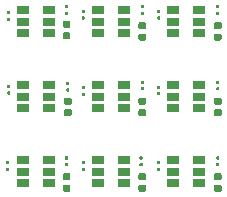
<source format=gbr>
G04 #@! TF.GenerationSoftware,KiCad,Pcbnew,5.0.0-fee4fd1~66~ubuntu16.04.1*
G04 #@! TF.CreationDate,2018-09-09T13:30:21+02:00*
G04 #@! TF.ProjectId,Tactile_Skin_Board,54616374696C655F536B696E5F426F61,rev?*
G04 #@! TF.SameCoordinates,Original*
G04 #@! TF.FileFunction,Paste,Top*
G04 #@! TF.FilePolarity,Positive*
%FSLAX46Y46*%
G04 Gerber Fmt 4.6, Leading zero omitted, Abs format (unit mm)*
G04 Created by KiCad (PCBNEW 5.0.0-fee4fd1~66~ubuntu16.04.1) date Sun Sep  9 13:30:21 2018*
%MOMM*%
%LPD*%
G01*
G04 APERTURE LIST*
%ADD10C,0.100000*%
%ADD11C,0.590000*%
%ADD12C,0.270000*%
%ADD13R,1.060000X0.650000*%
G04 APERTURE END LIST*
D10*
G04 #@! TO.C,C1*
G36*
X122586958Y-98920710D02*
X122601276Y-98922834D01*
X122615317Y-98926351D01*
X122628946Y-98931228D01*
X122642031Y-98937417D01*
X122654447Y-98944858D01*
X122666073Y-98953481D01*
X122676798Y-98963202D01*
X122686519Y-98973927D01*
X122695142Y-98985553D01*
X122702583Y-98997969D01*
X122708772Y-99011054D01*
X122713649Y-99024683D01*
X122717166Y-99038724D01*
X122719290Y-99053042D01*
X122720000Y-99067500D01*
X122720000Y-99362500D01*
X122719290Y-99376958D01*
X122717166Y-99391276D01*
X122713649Y-99405317D01*
X122708772Y-99418946D01*
X122702583Y-99432031D01*
X122695142Y-99444447D01*
X122686519Y-99456073D01*
X122676798Y-99466798D01*
X122666073Y-99476519D01*
X122654447Y-99485142D01*
X122642031Y-99492583D01*
X122628946Y-99498772D01*
X122615317Y-99503649D01*
X122601276Y-99507166D01*
X122586958Y-99509290D01*
X122572500Y-99510000D01*
X122227500Y-99510000D01*
X122213042Y-99509290D01*
X122198724Y-99507166D01*
X122184683Y-99503649D01*
X122171054Y-99498772D01*
X122157969Y-99492583D01*
X122145553Y-99485142D01*
X122133927Y-99476519D01*
X122123202Y-99466798D01*
X122113481Y-99456073D01*
X122104858Y-99444447D01*
X122097417Y-99432031D01*
X122091228Y-99418946D01*
X122086351Y-99405317D01*
X122082834Y-99391276D01*
X122080710Y-99376958D01*
X122080000Y-99362500D01*
X122080000Y-99067500D01*
X122080710Y-99053042D01*
X122082834Y-99038724D01*
X122086351Y-99024683D01*
X122091228Y-99011054D01*
X122097417Y-98997969D01*
X122104858Y-98985553D01*
X122113481Y-98973927D01*
X122123202Y-98963202D01*
X122133927Y-98953481D01*
X122145553Y-98944858D01*
X122157969Y-98937417D01*
X122171054Y-98931228D01*
X122184683Y-98926351D01*
X122198724Y-98922834D01*
X122213042Y-98920710D01*
X122227500Y-98920000D01*
X122572500Y-98920000D01*
X122586958Y-98920710D01*
X122586958Y-98920710D01*
G37*
D11*
X122400000Y-99215000D03*
D10*
G36*
X122586958Y-99890710D02*
X122601276Y-99892834D01*
X122615317Y-99896351D01*
X122628946Y-99901228D01*
X122642031Y-99907417D01*
X122654447Y-99914858D01*
X122666073Y-99923481D01*
X122676798Y-99933202D01*
X122686519Y-99943927D01*
X122695142Y-99955553D01*
X122702583Y-99967969D01*
X122708772Y-99981054D01*
X122713649Y-99994683D01*
X122717166Y-100008724D01*
X122719290Y-100023042D01*
X122720000Y-100037500D01*
X122720000Y-100332500D01*
X122719290Y-100346958D01*
X122717166Y-100361276D01*
X122713649Y-100375317D01*
X122708772Y-100388946D01*
X122702583Y-100402031D01*
X122695142Y-100414447D01*
X122686519Y-100426073D01*
X122676798Y-100436798D01*
X122666073Y-100446519D01*
X122654447Y-100455142D01*
X122642031Y-100462583D01*
X122628946Y-100468772D01*
X122615317Y-100473649D01*
X122601276Y-100477166D01*
X122586958Y-100479290D01*
X122572500Y-100480000D01*
X122227500Y-100480000D01*
X122213042Y-100479290D01*
X122198724Y-100477166D01*
X122184683Y-100473649D01*
X122171054Y-100468772D01*
X122157969Y-100462583D01*
X122145553Y-100455142D01*
X122133927Y-100446519D01*
X122123202Y-100436798D01*
X122113481Y-100426073D01*
X122104858Y-100414447D01*
X122097417Y-100402031D01*
X122091228Y-100388946D01*
X122086351Y-100375317D01*
X122082834Y-100361276D01*
X122080710Y-100346958D01*
X122080000Y-100332500D01*
X122080000Y-100037500D01*
X122080710Y-100023042D01*
X122082834Y-100008724D01*
X122086351Y-99994683D01*
X122091228Y-99981054D01*
X122097417Y-99967969D01*
X122104858Y-99955553D01*
X122113481Y-99943927D01*
X122123202Y-99933202D01*
X122133927Y-99923481D01*
X122145553Y-99914858D01*
X122157969Y-99907417D01*
X122171054Y-99901228D01*
X122184683Y-99896351D01*
X122198724Y-99892834D01*
X122213042Y-99890710D01*
X122227500Y-99890000D01*
X122572500Y-99890000D01*
X122586958Y-99890710D01*
X122586958Y-99890710D01*
G37*
D11*
X122400000Y-100185000D03*
G04 #@! TD*
D10*
G04 #@! TO.C,C2*
G36*
X122686958Y-106390710D02*
X122701276Y-106392834D01*
X122715317Y-106396351D01*
X122728946Y-106401228D01*
X122742031Y-106407417D01*
X122754447Y-106414858D01*
X122766073Y-106423481D01*
X122776798Y-106433202D01*
X122786519Y-106443927D01*
X122795142Y-106455553D01*
X122802583Y-106467969D01*
X122808772Y-106481054D01*
X122813649Y-106494683D01*
X122817166Y-106508724D01*
X122819290Y-106523042D01*
X122820000Y-106537500D01*
X122820000Y-106832500D01*
X122819290Y-106846958D01*
X122817166Y-106861276D01*
X122813649Y-106875317D01*
X122808772Y-106888946D01*
X122802583Y-106902031D01*
X122795142Y-106914447D01*
X122786519Y-106926073D01*
X122776798Y-106936798D01*
X122766073Y-106946519D01*
X122754447Y-106955142D01*
X122742031Y-106962583D01*
X122728946Y-106968772D01*
X122715317Y-106973649D01*
X122701276Y-106977166D01*
X122686958Y-106979290D01*
X122672500Y-106980000D01*
X122327500Y-106980000D01*
X122313042Y-106979290D01*
X122298724Y-106977166D01*
X122284683Y-106973649D01*
X122271054Y-106968772D01*
X122257969Y-106962583D01*
X122245553Y-106955142D01*
X122233927Y-106946519D01*
X122223202Y-106936798D01*
X122213481Y-106926073D01*
X122204858Y-106914447D01*
X122197417Y-106902031D01*
X122191228Y-106888946D01*
X122186351Y-106875317D01*
X122182834Y-106861276D01*
X122180710Y-106846958D01*
X122180000Y-106832500D01*
X122180000Y-106537500D01*
X122180710Y-106523042D01*
X122182834Y-106508724D01*
X122186351Y-106494683D01*
X122191228Y-106481054D01*
X122197417Y-106467969D01*
X122204858Y-106455553D01*
X122213481Y-106443927D01*
X122223202Y-106433202D01*
X122233927Y-106423481D01*
X122245553Y-106414858D01*
X122257969Y-106407417D01*
X122271054Y-106401228D01*
X122284683Y-106396351D01*
X122298724Y-106392834D01*
X122313042Y-106390710D01*
X122327500Y-106390000D01*
X122672500Y-106390000D01*
X122686958Y-106390710D01*
X122686958Y-106390710D01*
G37*
D11*
X122500000Y-106685000D03*
D10*
G36*
X122686958Y-105420710D02*
X122701276Y-105422834D01*
X122715317Y-105426351D01*
X122728946Y-105431228D01*
X122742031Y-105437417D01*
X122754447Y-105444858D01*
X122766073Y-105453481D01*
X122776798Y-105463202D01*
X122786519Y-105473927D01*
X122795142Y-105485553D01*
X122802583Y-105497969D01*
X122808772Y-105511054D01*
X122813649Y-105524683D01*
X122817166Y-105538724D01*
X122819290Y-105553042D01*
X122820000Y-105567500D01*
X122820000Y-105862500D01*
X122819290Y-105876958D01*
X122817166Y-105891276D01*
X122813649Y-105905317D01*
X122808772Y-105918946D01*
X122802583Y-105932031D01*
X122795142Y-105944447D01*
X122786519Y-105956073D01*
X122776798Y-105966798D01*
X122766073Y-105976519D01*
X122754447Y-105985142D01*
X122742031Y-105992583D01*
X122728946Y-105998772D01*
X122715317Y-106003649D01*
X122701276Y-106007166D01*
X122686958Y-106009290D01*
X122672500Y-106010000D01*
X122327500Y-106010000D01*
X122313042Y-106009290D01*
X122298724Y-106007166D01*
X122284683Y-106003649D01*
X122271054Y-105998772D01*
X122257969Y-105992583D01*
X122245553Y-105985142D01*
X122233927Y-105976519D01*
X122223202Y-105966798D01*
X122213481Y-105956073D01*
X122204858Y-105944447D01*
X122197417Y-105932031D01*
X122191228Y-105918946D01*
X122186351Y-105905317D01*
X122182834Y-105891276D01*
X122180710Y-105876958D01*
X122180000Y-105862500D01*
X122180000Y-105567500D01*
X122180710Y-105553042D01*
X122182834Y-105538724D01*
X122186351Y-105524683D01*
X122191228Y-105511054D01*
X122197417Y-105497969D01*
X122204858Y-105485553D01*
X122213481Y-105473927D01*
X122223202Y-105463202D01*
X122233927Y-105453481D01*
X122245553Y-105444858D01*
X122257969Y-105437417D01*
X122271054Y-105431228D01*
X122284683Y-105426351D01*
X122298724Y-105422834D01*
X122313042Y-105420710D01*
X122327500Y-105420000D01*
X122672500Y-105420000D01*
X122686958Y-105420710D01*
X122686958Y-105420710D01*
G37*
D11*
X122500000Y-105715000D03*
G04 #@! TD*
D10*
G04 #@! TO.C,C3*
G36*
X122586958Y-112790710D02*
X122601276Y-112792834D01*
X122615317Y-112796351D01*
X122628946Y-112801228D01*
X122642031Y-112807417D01*
X122654447Y-112814858D01*
X122666073Y-112823481D01*
X122676798Y-112833202D01*
X122686519Y-112843927D01*
X122695142Y-112855553D01*
X122702583Y-112867969D01*
X122708772Y-112881054D01*
X122713649Y-112894683D01*
X122717166Y-112908724D01*
X122719290Y-112923042D01*
X122720000Y-112937500D01*
X122720000Y-113232500D01*
X122719290Y-113246958D01*
X122717166Y-113261276D01*
X122713649Y-113275317D01*
X122708772Y-113288946D01*
X122702583Y-113302031D01*
X122695142Y-113314447D01*
X122686519Y-113326073D01*
X122676798Y-113336798D01*
X122666073Y-113346519D01*
X122654447Y-113355142D01*
X122642031Y-113362583D01*
X122628946Y-113368772D01*
X122615317Y-113373649D01*
X122601276Y-113377166D01*
X122586958Y-113379290D01*
X122572500Y-113380000D01*
X122227500Y-113380000D01*
X122213042Y-113379290D01*
X122198724Y-113377166D01*
X122184683Y-113373649D01*
X122171054Y-113368772D01*
X122157969Y-113362583D01*
X122145553Y-113355142D01*
X122133927Y-113346519D01*
X122123202Y-113336798D01*
X122113481Y-113326073D01*
X122104858Y-113314447D01*
X122097417Y-113302031D01*
X122091228Y-113288946D01*
X122086351Y-113275317D01*
X122082834Y-113261276D01*
X122080710Y-113246958D01*
X122080000Y-113232500D01*
X122080000Y-112937500D01*
X122080710Y-112923042D01*
X122082834Y-112908724D01*
X122086351Y-112894683D01*
X122091228Y-112881054D01*
X122097417Y-112867969D01*
X122104858Y-112855553D01*
X122113481Y-112843927D01*
X122123202Y-112833202D01*
X122133927Y-112823481D01*
X122145553Y-112814858D01*
X122157969Y-112807417D01*
X122171054Y-112801228D01*
X122184683Y-112796351D01*
X122198724Y-112792834D01*
X122213042Y-112790710D01*
X122227500Y-112790000D01*
X122572500Y-112790000D01*
X122586958Y-112790710D01*
X122586958Y-112790710D01*
G37*
D11*
X122400000Y-113085000D03*
D10*
G36*
X122586958Y-111820710D02*
X122601276Y-111822834D01*
X122615317Y-111826351D01*
X122628946Y-111831228D01*
X122642031Y-111837417D01*
X122654447Y-111844858D01*
X122666073Y-111853481D01*
X122676798Y-111863202D01*
X122686519Y-111873927D01*
X122695142Y-111885553D01*
X122702583Y-111897969D01*
X122708772Y-111911054D01*
X122713649Y-111924683D01*
X122717166Y-111938724D01*
X122719290Y-111953042D01*
X122720000Y-111967500D01*
X122720000Y-112262500D01*
X122719290Y-112276958D01*
X122717166Y-112291276D01*
X122713649Y-112305317D01*
X122708772Y-112318946D01*
X122702583Y-112332031D01*
X122695142Y-112344447D01*
X122686519Y-112356073D01*
X122676798Y-112366798D01*
X122666073Y-112376519D01*
X122654447Y-112385142D01*
X122642031Y-112392583D01*
X122628946Y-112398772D01*
X122615317Y-112403649D01*
X122601276Y-112407166D01*
X122586958Y-112409290D01*
X122572500Y-112410000D01*
X122227500Y-112410000D01*
X122213042Y-112409290D01*
X122198724Y-112407166D01*
X122184683Y-112403649D01*
X122171054Y-112398772D01*
X122157969Y-112392583D01*
X122145553Y-112385142D01*
X122133927Y-112376519D01*
X122123202Y-112366798D01*
X122113481Y-112356073D01*
X122104858Y-112344447D01*
X122097417Y-112332031D01*
X122091228Y-112318946D01*
X122086351Y-112305317D01*
X122082834Y-112291276D01*
X122080710Y-112276958D01*
X122080000Y-112262500D01*
X122080000Y-111967500D01*
X122080710Y-111953042D01*
X122082834Y-111938724D01*
X122086351Y-111924683D01*
X122091228Y-111911054D01*
X122097417Y-111897969D01*
X122104858Y-111885553D01*
X122113481Y-111873927D01*
X122123202Y-111863202D01*
X122133927Y-111853481D01*
X122145553Y-111844858D01*
X122157969Y-111837417D01*
X122171054Y-111831228D01*
X122184683Y-111826351D01*
X122198724Y-111822834D01*
X122213042Y-111820710D01*
X122227500Y-111820000D01*
X122572500Y-111820000D01*
X122586958Y-111820710D01*
X122586958Y-111820710D01*
G37*
D11*
X122400000Y-112115000D03*
G04 #@! TD*
D10*
G04 #@! TO.C,C4*
G36*
X128986958Y-99990710D02*
X129001276Y-99992834D01*
X129015317Y-99996351D01*
X129028946Y-100001228D01*
X129042031Y-100007417D01*
X129054447Y-100014858D01*
X129066073Y-100023481D01*
X129076798Y-100033202D01*
X129086519Y-100043927D01*
X129095142Y-100055553D01*
X129102583Y-100067969D01*
X129108772Y-100081054D01*
X129113649Y-100094683D01*
X129117166Y-100108724D01*
X129119290Y-100123042D01*
X129120000Y-100137500D01*
X129120000Y-100432500D01*
X129119290Y-100446958D01*
X129117166Y-100461276D01*
X129113649Y-100475317D01*
X129108772Y-100488946D01*
X129102583Y-100502031D01*
X129095142Y-100514447D01*
X129086519Y-100526073D01*
X129076798Y-100536798D01*
X129066073Y-100546519D01*
X129054447Y-100555142D01*
X129042031Y-100562583D01*
X129028946Y-100568772D01*
X129015317Y-100573649D01*
X129001276Y-100577166D01*
X128986958Y-100579290D01*
X128972500Y-100580000D01*
X128627500Y-100580000D01*
X128613042Y-100579290D01*
X128598724Y-100577166D01*
X128584683Y-100573649D01*
X128571054Y-100568772D01*
X128557969Y-100562583D01*
X128545553Y-100555142D01*
X128533927Y-100546519D01*
X128523202Y-100536798D01*
X128513481Y-100526073D01*
X128504858Y-100514447D01*
X128497417Y-100502031D01*
X128491228Y-100488946D01*
X128486351Y-100475317D01*
X128482834Y-100461276D01*
X128480710Y-100446958D01*
X128480000Y-100432500D01*
X128480000Y-100137500D01*
X128480710Y-100123042D01*
X128482834Y-100108724D01*
X128486351Y-100094683D01*
X128491228Y-100081054D01*
X128497417Y-100067969D01*
X128504858Y-100055553D01*
X128513481Y-100043927D01*
X128523202Y-100033202D01*
X128533927Y-100023481D01*
X128545553Y-100014858D01*
X128557969Y-100007417D01*
X128571054Y-100001228D01*
X128584683Y-99996351D01*
X128598724Y-99992834D01*
X128613042Y-99990710D01*
X128627500Y-99990000D01*
X128972500Y-99990000D01*
X128986958Y-99990710D01*
X128986958Y-99990710D01*
G37*
D11*
X128800000Y-100285000D03*
D10*
G36*
X128986958Y-99020710D02*
X129001276Y-99022834D01*
X129015317Y-99026351D01*
X129028946Y-99031228D01*
X129042031Y-99037417D01*
X129054447Y-99044858D01*
X129066073Y-99053481D01*
X129076798Y-99063202D01*
X129086519Y-99073927D01*
X129095142Y-99085553D01*
X129102583Y-99097969D01*
X129108772Y-99111054D01*
X129113649Y-99124683D01*
X129117166Y-99138724D01*
X129119290Y-99153042D01*
X129120000Y-99167500D01*
X129120000Y-99462500D01*
X129119290Y-99476958D01*
X129117166Y-99491276D01*
X129113649Y-99505317D01*
X129108772Y-99518946D01*
X129102583Y-99532031D01*
X129095142Y-99544447D01*
X129086519Y-99556073D01*
X129076798Y-99566798D01*
X129066073Y-99576519D01*
X129054447Y-99585142D01*
X129042031Y-99592583D01*
X129028946Y-99598772D01*
X129015317Y-99603649D01*
X129001276Y-99607166D01*
X128986958Y-99609290D01*
X128972500Y-99610000D01*
X128627500Y-99610000D01*
X128613042Y-99609290D01*
X128598724Y-99607166D01*
X128584683Y-99603649D01*
X128571054Y-99598772D01*
X128557969Y-99592583D01*
X128545553Y-99585142D01*
X128533927Y-99576519D01*
X128523202Y-99566798D01*
X128513481Y-99556073D01*
X128504858Y-99544447D01*
X128497417Y-99532031D01*
X128491228Y-99518946D01*
X128486351Y-99505317D01*
X128482834Y-99491276D01*
X128480710Y-99476958D01*
X128480000Y-99462500D01*
X128480000Y-99167500D01*
X128480710Y-99153042D01*
X128482834Y-99138724D01*
X128486351Y-99124683D01*
X128491228Y-99111054D01*
X128497417Y-99097969D01*
X128504858Y-99085553D01*
X128513481Y-99073927D01*
X128523202Y-99063202D01*
X128533927Y-99053481D01*
X128545553Y-99044858D01*
X128557969Y-99037417D01*
X128571054Y-99031228D01*
X128584683Y-99026351D01*
X128598724Y-99022834D01*
X128613042Y-99020710D01*
X128627500Y-99020000D01*
X128972500Y-99020000D01*
X128986958Y-99020710D01*
X128986958Y-99020710D01*
G37*
D11*
X128800000Y-99315000D03*
G04 #@! TD*
D10*
G04 #@! TO.C,C5*
G36*
X128986958Y-105420710D02*
X129001276Y-105422834D01*
X129015317Y-105426351D01*
X129028946Y-105431228D01*
X129042031Y-105437417D01*
X129054447Y-105444858D01*
X129066073Y-105453481D01*
X129076798Y-105463202D01*
X129086519Y-105473927D01*
X129095142Y-105485553D01*
X129102583Y-105497969D01*
X129108772Y-105511054D01*
X129113649Y-105524683D01*
X129117166Y-105538724D01*
X129119290Y-105553042D01*
X129120000Y-105567500D01*
X129120000Y-105862500D01*
X129119290Y-105876958D01*
X129117166Y-105891276D01*
X129113649Y-105905317D01*
X129108772Y-105918946D01*
X129102583Y-105932031D01*
X129095142Y-105944447D01*
X129086519Y-105956073D01*
X129076798Y-105966798D01*
X129066073Y-105976519D01*
X129054447Y-105985142D01*
X129042031Y-105992583D01*
X129028946Y-105998772D01*
X129015317Y-106003649D01*
X129001276Y-106007166D01*
X128986958Y-106009290D01*
X128972500Y-106010000D01*
X128627500Y-106010000D01*
X128613042Y-106009290D01*
X128598724Y-106007166D01*
X128584683Y-106003649D01*
X128571054Y-105998772D01*
X128557969Y-105992583D01*
X128545553Y-105985142D01*
X128533927Y-105976519D01*
X128523202Y-105966798D01*
X128513481Y-105956073D01*
X128504858Y-105944447D01*
X128497417Y-105932031D01*
X128491228Y-105918946D01*
X128486351Y-105905317D01*
X128482834Y-105891276D01*
X128480710Y-105876958D01*
X128480000Y-105862500D01*
X128480000Y-105567500D01*
X128480710Y-105553042D01*
X128482834Y-105538724D01*
X128486351Y-105524683D01*
X128491228Y-105511054D01*
X128497417Y-105497969D01*
X128504858Y-105485553D01*
X128513481Y-105473927D01*
X128523202Y-105463202D01*
X128533927Y-105453481D01*
X128545553Y-105444858D01*
X128557969Y-105437417D01*
X128571054Y-105431228D01*
X128584683Y-105426351D01*
X128598724Y-105422834D01*
X128613042Y-105420710D01*
X128627500Y-105420000D01*
X128972500Y-105420000D01*
X128986958Y-105420710D01*
X128986958Y-105420710D01*
G37*
D11*
X128800000Y-105715000D03*
D10*
G36*
X128986958Y-106390710D02*
X129001276Y-106392834D01*
X129015317Y-106396351D01*
X129028946Y-106401228D01*
X129042031Y-106407417D01*
X129054447Y-106414858D01*
X129066073Y-106423481D01*
X129076798Y-106433202D01*
X129086519Y-106443927D01*
X129095142Y-106455553D01*
X129102583Y-106467969D01*
X129108772Y-106481054D01*
X129113649Y-106494683D01*
X129117166Y-106508724D01*
X129119290Y-106523042D01*
X129120000Y-106537500D01*
X129120000Y-106832500D01*
X129119290Y-106846958D01*
X129117166Y-106861276D01*
X129113649Y-106875317D01*
X129108772Y-106888946D01*
X129102583Y-106902031D01*
X129095142Y-106914447D01*
X129086519Y-106926073D01*
X129076798Y-106936798D01*
X129066073Y-106946519D01*
X129054447Y-106955142D01*
X129042031Y-106962583D01*
X129028946Y-106968772D01*
X129015317Y-106973649D01*
X129001276Y-106977166D01*
X128986958Y-106979290D01*
X128972500Y-106980000D01*
X128627500Y-106980000D01*
X128613042Y-106979290D01*
X128598724Y-106977166D01*
X128584683Y-106973649D01*
X128571054Y-106968772D01*
X128557969Y-106962583D01*
X128545553Y-106955142D01*
X128533927Y-106946519D01*
X128523202Y-106936798D01*
X128513481Y-106926073D01*
X128504858Y-106914447D01*
X128497417Y-106902031D01*
X128491228Y-106888946D01*
X128486351Y-106875317D01*
X128482834Y-106861276D01*
X128480710Y-106846958D01*
X128480000Y-106832500D01*
X128480000Y-106537500D01*
X128480710Y-106523042D01*
X128482834Y-106508724D01*
X128486351Y-106494683D01*
X128491228Y-106481054D01*
X128497417Y-106467969D01*
X128504858Y-106455553D01*
X128513481Y-106443927D01*
X128523202Y-106433202D01*
X128533927Y-106423481D01*
X128545553Y-106414858D01*
X128557969Y-106407417D01*
X128571054Y-106401228D01*
X128584683Y-106396351D01*
X128598724Y-106392834D01*
X128613042Y-106390710D01*
X128627500Y-106390000D01*
X128972500Y-106390000D01*
X128986958Y-106390710D01*
X128986958Y-106390710D01*
G37*
D11*
X128800000Y-106685000D03*
G04 #@! TD*
D10*
G04 #@! TO.C,C6*
G36*
X128986958Y-111820710D02*
X129001276Y-111822834D01*
X129015317Y-111826351D01*
X129028946Y-111831228D01*
X129042031Y-111837417D01*
X129054447Y-111844858D01*
X129066073Y-111853481D01*
X129076798Y-111863202D01*
X129086519Y-111873927D01*
X129095142Y-111885553D01*
X129102583Y-111897969D01*
X129108772Y-111911054D01*
X129113649Y-111924683D01*
X129117166Y-111938724D01*
X129119290Y-111953042D01*
X129120000Y-111967500D01*
X129120000Y-112262500D01*
X129119290Y-112276958D01*
X129117166Y-112291276D01*
X129113649Y-112305317D01*
X129108772Y-112318946D01*
X129102583Y-112332031D01*
X129095142Y-112344447D01*
X129086519Y-112356073D01*
X129076798Y-112366798D01*
X129066073Y-112376519D01*
X129054447Y-112385142D01*
X129042031Y-112392583D01*
X129028946Y-112398772D01*
X129015317Y-112403649D01*
X129001276Y-112407166D01*
X128986958Y-112409290D01*
X128972500Y-112410000D01*
X128627500Y-112410000D01*
X128613042Y-112409290D01*
X128598724Y-112407166D01*
X128584683Y-112403649D01*
X128571054Y-112398772D01*
X128557969Y-112392583D01*
X128545553Y-112385142D01*
X128533927Y-112376519D01*
X128523202Y-112366798D01*
X128513481Y-112356073D01*
X128504858Y-112344447D01*
X128497417Y-112332031D01*
X128491228Y-112318946D01*
X128486351Y-112305317D01*
X128482834Y-112291276D01*
X128480710Y-112276958D01*
X128480000Y-112262500D01*
X128480000Y-111967500D01*
X128480710Y-111953042D01*
X128482834Y-111938724D01*
X128486351Y-111924683D01*
X128491228Y-111911054D01*
X128497417Y-111897969D01*
X128504858Y-111885553D01*
X128513481Y-111873927D01*
X128523202Y-111863202D01*
X128533927Y-111853481D01*
X128545553Y-111844858D01*
X128557969Y-111837417D01*
X128571054Y-111831228D01*
X128584683Y-111826351D01*
X128598724Y-111822834D01*
X128613042Y-111820710D01*
X128627500Y-111820000D01*
X128972500Y-111820000D01*
X128986958Y-111820710D01*
X128986958Y-111820710D01*
G37*
D11*
X128800000Y-112115000D03*
D10*
G36*
X128986958Y-112790710D02*
X129001276Y-112792834D01*
X129015317Y-112796351D01*
X129028946Y-112801228D01*
X129042031Y-112807417D01*
X129054447Y-112814858D01*
X129066073Y-112823481D01*
X129076798Y-112833202D01*
X129086519Y-112843927D01*
X129095142Y-112855553D01*
X129102583Y-112867969D01*
X129108772Y-112881054D01*
X129113649Y-112894683D01*
X129117166Y-112908724D01*
X129119290Y-112923042D01*
X129120000Y-112937500D01*
X129120000Y-113232500D01*
X129119290Y-113246958D01*
X129117166Y-113261276D01*
X129113649Y-113275317D01*
X129108772Y-113288946D01*
X129102583Y-113302031D01*
X129095142Y-113314447D01*
X129086519Y-113326073D01*
X129076798Y-113336798D01*
X129066073Y-113346519D01*
X129054447Y-113355142D01*
X129042031Y-113362583D01*
X129028946Y-113368772D01*
X129015317Y-113373649D01*
X129001276Y-113377166D01*
X128986958Y-113379290D01*
X128972500Y-113380000D01*
X128627500Y-113380000D01*
X128613042Y-113379290D01*
X128598724Y-113377166D01*
X128584683Y-113373649D01*
X128571054Y-113368772D01*
X128557969Y-113362583D01*
X128545553Y-113355142D01*
X128533927Y-113346519D01*
X128523202Y-113336798D01*
X128513481Y-113326073D01*
X128504858Y-113314447D01*
X128497417Y-113302031D01*
X128491228Y-113288946D01*
X128486351Y-113275317D01*
X128482834Y-113261276D01*
X128480710Y-113246958D01*
X128480000Y-113232500D01*
X128480000Y-112937500D01*
X128480710Y-112923042D01*
X128482834Y-112908724D01*
X128486351Y-112894683D01*
X128491228Y-112881054D01*
X128497417Y-112867969D01*
X128504858Y-112855553D01*
X128513481Y-112843927D01*
X128523202Y-112833202D01*
X128533927Y-112823481D01*
X128545553Y-112814858D01*
X128557969Y-112807417D01*
X128571054Y-112801228D01*
X128584683Y-112796351D01*
X128598724Y-112792834D01*
X128613042Y-112790710D01*
X128627500Y-112790000D01*
X128972500Y-112790000D01*
X128986958Y-112790710D01*
X128986958Y-112790710D01*
G37*
D11*
X128800000Y-113085000D03*
G04 #@! TD*
D10*
G04 #@! TO.C,C7*
G36*
X135386958Y-99020710D02*
X135401276Y-99022834D01*
X135415317Y-99026351D01*
X135428946Y-99031228D01*
X135442031Y-99037417D01*
X135454447Y-99044858D01*
X135466073Y-99053481D01*
X135476798Y-99063202D01*
X135486519Y-99073927D01*
X135495142Y-99085553D01*
X135502583Y-99097969D01*
X135508772Y-99111054D01*
X135513649Y-99124683D01*
X135517166Y-99138724D01*
X135519290Y-99153042D01*
X135520000Y-99167500D01*
X135520000Y-99462500D01*
X135519290Y-99476958D01*
X135517166Y-99491276D01*
X135513649Y-99505317D01*
X135508772Y-99518946D01*
X135502583Y-99532031D01*
X135495142Y-99544447D01*
X135486519Y-99556073D01*
X135476798Y-99566798D01*
X135466073Y-99576519D01*
X135454447Y-99585142D01*
X135442031Y-99592583D01*
X135428946Y-99598772D01*
X135415317Y-99603649D01*
X135401276Y-99607166D01*
X135386958Y-99609290D01*
X135372500Y-99610000D01*
X135027500Y-99610000D01*
X135013042Y-99609290D01*
X134998724Y-99607166D01*
X134984683Y-99603649D01*
X134971054Y-99598772D01*
X134957969Y-99592583D01*
X134945553Y-99585142D01*
X134933927Y-99576519D01*
X134923202Y-99566798D01*
X134913481Y-99556073D01*
X134904858Y-99544447D01*
X134897417Y-99532031D01*
X134891228Y-99518946D01*
X134886351Y-99505317D01*
X134882834Y-99491276D01*
X134880710Y-99476958D01*
X134880000Y-99462500D01*
X134880000Y-99167500D01*
X134880710Y-99153042D01*
X134882834Y-99138724D01*
X134886351Y-99124683D01*
X134891228Y-99111054D01*
X134897417Y-99097969D01*
X134904858Y-99085553D01*
X134913481Y-99073927D01*
X134923202Y-99063202D01*
X134933927Y-99053481D01*
X134945553Y-99044858D01*
X134957969Y-99037417D01*
X134971054Y-99031228D01*
X134984683Y-99026351D01*
X134998724Y-99022834D01*
X135013042Y-99020710D01*
X135027500Y-99020000D01*
X135372500Y-99020000D01*
X135386958Y-99020710D01*
X135386958Y-99020710D01*
G37*
D11*
X135200000Y-99315000D03*
D10*
G36*
X135386958Y-99990710D02*
X135401276Y-99992834D01*
X135415317Y-99996351D01*
X135428946Y-100001228D01*
X135442031Y-100007417D01*
X135454447Y-100014858D01*
X135466073Y-100023481D01*
X135476798Y-100033202D01*
X135486519Y-100043927D01*
X135495142Y-100055553D01*
X135502583Y-100067969D01*
X135508772Y-100081054D01*
X135513649Y-100094683D01*
X135517166Y-100108724D01*
X135519290Y-100123042D01*
X135520000Y-100137500D01*
X135520000Y-100432500D01*
X135519290Y-100446958D01*
X135517166Y-100461276D01*
X135513649Y-100475317D01*
X135508772Y-100488946D01*
X135502583Y-100502031D01*
X135495142Y-100514447D01*
X135486519Y-100526073D01*
X135476798Y-100536798D01*
X135466073Y-100546519D01*
X135454447Y-100555142D01*
X135442031Y-100562583D01*
X135428946Y-100568772D01*
X135415317Y-100573649D01*
X135401276Y-100577166D01*
X135386958Y-100579290D01*
X135372500Y-100580000D01*
X135027500Y-100580000D01*
X135013042Y-100579290D01*
X134998724Y-100577166D01*
X134984683Y-100573649D01*
X134971054Y-100568772D01*
X134957969Y-100562583D01*
X134945553Y-100555142D01*
X134933927Y-100546519D01*
X134923202Y-100536798D01*
X134913481Y-100526073D01*
X134904858Y-100514447D01*
X134897417Y-100502031D01*
X134891228Y-100488946D01*
X134886351Y-100475317D01*
X134882834Y-100461276D01*
X134880710Y-100446958D01*
X134880000Y-100432500D01*
X134880000Y-100137500D01*
X134880710Y-100123042D01*
X134882834Y-100108724D01*
X134886351Y-100094683D01*
X134891228Y-100081054D01*
X134897417Y-100067969D01*
X134904858Y-100055553D01*
X134913481Y-100043927D01*
X134923202Y-100033202D01*
X134933927Y-100023481D01*
X134945553Y-100014858D01*
X134957969Y-100007417D01*
X134971054Y-100001228D01*
X134984683Y-99996351D01*
X134998724Y-99992834D01*
X135013042Y-99990710D01*
X135027500Y-99990000D01*
X135372500Y-99990000D01*
X135386958Y-99990710D01*
X135386958Y-99990710D01*
G37*
D11*
X135200000Y-100285000D03*
G04 #@! TD*
D10*
G04 #@! TO.C,C8*
G36*
X135386958Y-106390710D02*
X135401276Y-106392834D01*
X135415317Y-106396351D01*
X135428946Y-106401228D01*
X135442031Y-106407417D01*
X135454447Y-106414858D01*
X135466073Y-106423481D01*
X135476798Y-106433202D01*
X135486519Y-106443927D01*
X135495142Y-106455553D01*
X135502583Y-106467969D01*
X135508772Y-106481054D01*
X135513649Y-106494683D01*
X135517166Y-106508724D01*
X135519290Y-106523042D01*
X135520000Y-106537500D01*
X135520000Y-106832500D01*
X135519290Y-106846958D01*
X135517166Y-106861276D01*
X135513649Y-106875317D01*
X135508772Y-106888946D01*
X135502583Y-106902031D01*
X135495142Y-106914447D01*
X135486519Y-106926073D01*
X135476798Y-106936798D01*
X135466073Y-106946519D01*
X135454447Y-106955142D01*
X135442031Y-106962583D01*
X135428946Y-106968772D01*
X135415317Y-106973649D01*
X135401276Y-106977166D01*
X135386958Y-106979290D01*
X135372500Y-106980000D01*
X135027500Y-106980000D01*
X135013042Y-106979290D01*
X134998724Y-106977166D01*
X134984683Y-106973649D01*
X134971054Y-106968772D01*
X134957969Y-106962583D01*
X134945553Y-106955142D01*
X134933927Y-106946519D01*
X134923202Y-106936798D01*
X134913481Y-106926073D01*
X134904858Y-106914447D01*
X134897417Y-106902031D01*
X134891228Y-106888946D01*
X134886351Y-106875317D01*
X134882834Y-106861276D01*
X134880710Y-106846958D01*
X134880000Y-106832500D01*
X134880000Y-106537500D01*
X134880710Y-106523042D01*
X134882834Y-106508724D01*
X134886351Y-106494683D01*
X134891228Y-106481054D01*
X134897417Y-106467969D01*
X134904858Y-106455553D01*
X134913481Y-106443927D01*
X134923202Y-106433202D01*
X134933927Y-106423481D01*
X134945553Y-106414858D01*
X134957969Y-106407417D01*
X134971054Y-106401228D01*
X134984683Y-106396351D01*
X134998724Y-106392834D01*
X135013042Y-106390710D01*
X135027500Y-106390000D01*
X135372500Y-106390000D01*
X135386958Y-106390710D01*
X135386958Y-106390710D01*
G37*
D11*
X135200000Y-106685000D03*
D10*
G36*
X135386958Y-105420710D02*
X135401276Y-105422834D01*
X135415317Y-105426351D01*
X135428946Y-105431228D01*
X135442031Y-105437417D01*
X135454447Y-105444858D01*
X135466073Y-105453481D01*
X135476798Y-105463202D01*
X135486519Y-105473927D01*
X135495142Y-105485553D01*
X135502583Y-105497969D01*
X135508772Y-105511054D01*
X135513649Y-105524683D01*
X135517166Y-105538724D01*
X135519290Y-105553042D01*
X135520000Y-105567500D01*
X135520000Y-105862500D01*
X135519290Y-105876958D01*
X135517166Y-105891276D01*
X135513649Y-105905317D01*
X135508772Y-105918946D01*
X135502583Y-105932031D01*
X135495142Y-105944447D01*
X135486519Y-105956073D01*
X135476798Y-105966798D01*
X135466073Y-105976519D01*
X135454447Y-105985142D01*
X135442031Y-105992583D01*
X135428946Y-105998772D01*
X135415317Y-106003649D01*
X135401276Y-106007166D01*
X135386958Y-106009290D01*
X135372500Y-106010000D01*
X135027500Y-106010000D01*
X135013042Y-106009290D01*
X134998724Y-106007166D01*
X134984683Y-106003649D01*
X134971054Y-105998772D01*
X134957969Y-105992583D01*
X134945553Y-105985142D01*
X134933927Y-105976519D01*
X134923202Y-105966798D01*
X134913481Y-105956073D01*
X134904858Y-105944447D01*
X134897417Y-105932031D01*
X134891228Y-105918946D01*
X134886351Y-105905317D01*
X134882834Y-105891276D01*
X134880710Y-105876958D01*
X134880000Y-105862500D01*
X134880000Y-105567500D01*
X134880710Y-105553042D01*
X134882834Y-105538724D01*
X134886351Y-105524683D01*
X134891228Y-105511054D01*
X134897417Y-105497969D01*
X134904858Y-105485553D01*
X134913481Y-105473927D01*
X134923202Y-105463202D01*
X134933927Y-105453481D01*
X134945553Y-105444858D01*
X134957969Y-105437417D01*
X134971054Y-105431228D01*
X134984683Y-105426351D01*
X134998724Y-105422834D01*
X135013042Y-105420710D01*
X135027500Y-105420000D01*
X135372500Y-105420000D01*
X135386958Y-105420710D01*
X135386958Y-105420710D01*
G37*
D11*
X135200000Y-105715000D03*
G04 #@! TD*
D10*
G04 #@! TO.C,C9*
G36*
X135386958Y-111820710D02*
X135401276Y-111822834D01*
X135415317Y-111826351D01*
X135428946Y-111831228D01*
X135442031Y-111837417D01*
X135454447Y-111844858D01*
X135466073Y-111853481D01*
X135476798Y-111863202D01*
X135486519Y-111873927D01*
X135495142Y-111885553D01*
X135502583Y-111897969D01*
X135508772Y-111911054D01*
X135513649Y-111924683D01*
X135517166Y-111938724D01*
X135519290Y-111953042D01*
X135520000Y-111967500D01*
X135520000Y-112262500D01*
X135519290Y-112276958D01*
X135517166Y-112291276D01*
X135513649Y-112305317D01*
X135508772Y-112318946D01*
X135502583Y-112332031D01*
X135495142Y-112344447D01*
X135486519Y-112356073D01*
X135476798Y-112366798D01*
X135466073Y-112376519D01*
X135454447Y-112385142D01*
X135442031Y-112392583D01*
X135428946Y-112398772D01*
X135415317Y-112403649D01*
X135401276Y-112407166D01*
X135386958Y-112409290D01*
X135372500Y-112410000D01*
X135027500Y-112410000D01*
X135013042Y-112409290D01*
X134998724Y-112407166D01*
X134984683Y-112403649D01*
X134971054Y-112398772D01*
X134957969Y-112392583D01*
X134945553Y-112385142D01*
X134933927Y-112376519D01*
X134923202Y-112366798D01*
X134913481Y-112356073D01*
X134904858Y-112344447D01*
X134897417Y-112332031D01*
X134891228Y-112318946D01*
X134886351Y-112305317D01*
X134882834Y-112291276D01*
X134880710Y-112276958D01*
X134880000Y-112262500D01*
X134880000Y-111967500D01*
X134880710Y-111953042D01*
X134882834Y-111938724D01*
X134886351Y-111924683D01*
X134891228Y-111911054D01*
X134897417Y-111897969D01*
X134904858Y-111885553D01*
X134913481Y-111873927D01*
X134923202Y-111863202D01*
X134933927Y-111853481D01*
X134945553Y-111844858D01*
X134957969Y-111837417D01*
X134971054Y-111831228D01*
X134984683Y-111826351D01*
X134998724Y-111822834D01*
X135013042Y-111820710D01*
X135027500Y-111820000D01*
X135372500Y-111820000D01*
X135386958Y-111820710D01*
X135386958Y-111820710D01*
G37*
D11*
X135200000Y-112115000D03*
D10*
G36*
X135386958Y-112790710D02*
X135401276Y-112792834D01*
X135415317Y-112796351D01*
X135428946Y-112801228D01*
X135442031Y-112807417D01*
X135454447Y-112814858D01*
X135466073Y-112823481D01*
X135476798Y-112833202D01*
X135486519Y-112843927D01*
X135495142Y-112855553D01*
X135502583Y-112867969D01*
X135508772Y-112881054D01*
X135513649Y-112894683D01*
X135517166Y-112908724D01*
X135519290Y-112923042D01*
X135520000Y-112937500D01*
X135520000Y-113232500D01*
X135519290Y-113246958D01*
X135517166Y-113261276D01*
X135513649Y-113275317D01*
X135508772Y-113288946D01*
X135502583Y-113302031D01*
X135495142Y-113314447D01*
X135486519Y-113326073D01*
X135476798Y-113336798D01*
X135466073Y-113346519D01*
X135454447Y-113355142D01*
X135442031Y-113362583D01*
X135428946Y-113368772D01*
X135415317Y-113373649D01*
X135401276Y-113377166D01*
X135386958Y-113379290D01*
X135372500Y-113380000D01*
X135027500Y-113380000D01*
X135013042Y-113379290D01*
X134998724Y-113377166D01*
X134984683Y-113373649D01*
X134971054Y-113368772D01*
X134957969Y-113362583D01*
X134945553Y-113355142D01*
X134933927Y-113346519D01*
X134923202Y-113336798D01*
X134913481Y-113326073D01*
X134904858Y-113314447D01*
X134897417Y-113302031D01*
X134891228Y-113288946D01*
X134886351Y-113275317D01*
X134882834Y-113261276D01*
X134880710Y-113246958D01*
X134880000Y-113232500D01*
X134880000Y-112937500D01*
X134880710Y-112923042D01*
X134882834Y-112908724D01*
X134886351Y-112894683D01*
X134891228Y-112881054D01*
X134897417Y-112867969D01*
X134904858Y-112855553D01*
X134913481Y-112843927D01*
X134923202Y-112833202D01*
X134933927Y-112823481D01*
X134945553Y-112814858D01*
X134957969Y-112807417D01*
X134971054Y-112801228D01*
X134984683Y-112796351D01*
X134998724Y-112792834D01*
X135013042Y-112790710D01*
X135027500Y-112790000D01*
X135372500Y-112790000D01*
X135386958Y-112790710D01*
X135386958Y-112790710D01*
G37*
D11*
X135200000Y-113085000D03*
G04 #@! TD*
D10*
G04 #@! TO.C,R1*
G36*
X117574116Y-98640325D02*
X117580669Y-98641297D01*
X117587094Y-98642907D01*
X117593331Y-98645138D01*
X117599319Y-98647970D01*
X117605001Y-98651376D01*
X117610322Y-98655322D01*
X117615230Y-98659770D01*
X117619678Y-98664678D01*
X117623624Y-98669999D01*
X117627030Y-98675681D01*
X117629862Y-98681669D01*
X117632093Y-98687906D01*
X117633703Y-98694331D01*
X117634675Y-98700884D01*
X117635000Y-98707500D01*
X117635000Y-98842500D01*
X117634675Y-98849116D01*
X117633703Y-98855669D01*
X117632093Y-98862094D01*
X117629862Y-98868331D01*
X117627030Y-98874319D01*
X117623624Y-98880001D01*
X117619678Y-98885322D01*
X117615230Y-98890230D01*
X117610322Y-98894678D01*
X117605001Y-98898624D01*
X117599319Y-98902030D01*
X117593331Y-98904862D01*
X117587094Y-98907093D01*
X117580669Y-98908703D01*
X117574116Y-98909675D01*
X117567500Y-98910000D01*
X117432500Y-98910000D01*
X117425884Y-98909675D01*
X117419331Y-98908703D01*
X117412906Y-98907093D01*
X117406669Y-98904862D01*
X117400681Y-98902030D01*
X117394999Y-98898624D01*
X117389678Y-98894678D01*
X117384770Y-98890230D01*
X117380322Y-98885322D01*
X117376376Y-98880001D01*
X117372970Y-98874319D01*
X117370138Y-98868331D01*
X117367907Y-98862094D01*
X117366297Y-98855669D01*
X117365325Y-98849116D01*
X117365000Y-98842500D01*
X117365000Y-98707500D01*
X117365325Y-98700884D01*
X117366297Y-98694331D01*
X117367907Y-98687906D01*
X117370138Y-98681669D01*
X117372970Y-98675681D01*
X117376376Y-98669999D01*
X117380322Y-98664678D01*
X117384770Y-98659770D01*
X117389678Y-98655322D01*
X117394999Y-98651376D01*
X117400681Y-98647970D01*
X117406669Y-98645138D01*
X117412906Y-98642907D01*
X117419331Y-98641297D01*
X117425884Y-98640325D01*
X117432500Y-98640000D01*
X117567500Y-98640000D01*
X117574116Y-98640325D01*
X117574116Y-98640325D01*
G37*
D12*
X117500000Y-98775000D03*
D10*
G36*
X117574116Y-98090325D02*
X117580669Y-98091297D01*
X117587094Y-98092907D01*
X117593331Y-98095138D01*
X117599319Y-98097970D01*
X117605001Y-98101376D01*
X117610322Y-98105322D01*
X117615230Y-98109770D01*
X117619678Y-98114678D01*
X117623624Y-98119999D01*
X117627030Y-98125681D01*
X117629862Y-98131669D01*
X117632093Y-98137906D01*
X117633703Y-98144331D01*
X117634675Y-98150884D01*
X117635000Y-98157500D01*
X117635000Y-98292500D01*
X117634675Y-98299116D01*
X117633703Y-98305669D01*
X117632093Y-98312094D01*
X117629862Y-98318331D01*
X117627030Y-98324319D01*
X117623624Y-98330001D01*
X117619678Y-98335322D01*
X117615230Y-98340230D01*
X117610322Y-98344678D01*
X117605001Y-98348624D01*
X117599319Y-98352030D01*
X117593331Y-98354862D01*
X117587094Y-98357093D01*
X117580669Y-98358703D01*
X117574116Y-98359675D01*
X117567500Y-98360000D01*
X117432500Y-98360000D01*
X117425884Y-98359675D01*
X117419331Y-98358703D01*
X117412906Y-98357093D01*
X117406669Y-98354862D01*
X117400681Y-98352030D01*
X117394999Y-98348624D01*
X117389678Y-98344678D01*
X117384770Y-98340230D01*
X117380322Y-98335322D01*
X117376376Y-98330001D01*
X117372970Y-98324319D01*
X117370138Y-98318331D01*
X117367907Y-98312094D01*
X117366297Y-98305669D01*
X117365325Y-98299116D01*
X117365000Y-98292500D01*
X117365000Y-98157500D01*
X117365325Y-98150884D01*
X117366297Y-98144331D01*
X117367907Y-98137906D01*
X117370138Y-98131669D01*
X117372970Y-98125681D01*
X117376376Y-98119999D01*
X117380322Y-98114678D01*
X117384770Y-98109770D01*
X117389678Y-98105322D01*
X117394999Y-98101376D01*
X117400681Y-98097970D01*
X117406669Y-98095138D01*
X117412906Y-98092907D01*
X117419331Y-98091297D01*
X117425884Y-98090325D01*
X117432500Y-98090000D01*
X117567500Y-98090000D01*
X117574116Y-98090325D01*
X117574116Y-98090325D01*
G37*
D12*
X117500000Y-98225000D03*
G04 #@! TD*
D10*
G04 #@! TO.C,R2*
G36*
X117574116Y-104890325D02*
X117580669Y-104891297D01*
X117587094Y-104892907D01*
X117593331Y-104895138D01*
X117599319Y-104897970D01*
X117605001Y-104901376D01*
X117610322Y-104905322D01*
X117615230Y-104909770D01*
X117619678Y-104914678D01*
X117623624Y-104919999D01*
X117627030Y-104925681D01*
X117629862Y-104931669D01*
X117632093Y-104937906D01*
X117633703Y-104944331D01*
X117634675Y-104950884D01*
X117635000Y-104957500D01*
X117635000Y-105092500D01*
X117634675Y-105099116D01*
X117633703Y-105105669D01*
X117632093Y-105112094D01*
X117629862Y-105118331D01*
X117627030Y-105124319D01*
X117623624Y-105130001D01*
X117619678Y-105135322D01*
X117615230Y-105140230D01*
X117610322Y-105144678D01*
X117605001Y-105148624D01*
X117599319Y-105152030D01*
X117593331Y-105154862D01*
X117587094Y-105157093D01*
X117580669Y-105158703D01*
X117574116Y-105159675D01*
X117567500Y-105160000D01*
X117432500Y-105160000D01*
X117425884Y-105159675D01*
X117419331Y-105158703D01*
X117412906Y-105157093D01*
X117406669Y-105154862D01*
X117400681Y-105152030D01*
X117394999Y-105148624D01*
X117389678Y-105144678D01*
X117384770Y-105140230D01*
X117380322Y-105135322D01*
X117376376Y-105130001D01*
X117372970Y-105124319D01*
X117370138Y-105118331D01*
X117367907Y-105112094D01*
X117366297Y-105105669D01*
X117365325Y-105099116D01*
X117365000Y-105092500D01*
X117365000Y-104957500D01*
X117365325Y-104950884D01*
X117366297Y-104944331D01*
X117367907Y-104937906D01*
X117370138Y-104931669D01*
X117372970Y-104925681D01*
X117376376Y-104919999D01*
X117380322Y-104914678D01*
X117384770Y-104909770D01*
X117389678Y-104905322D01*
X117394999Y-104901376D01*
X117400681Y-104897970D01*
X117406669Y-104895138D01*
X117412906Y-104892907D01*
X117419331Y-104891297D01*
X117425884Y-104890325D01*
X117432500Y-104890000D01*
X117567500Y-104890000D01*
X117574116Y-104890325D01*
X117574116Y-104890325D01*
G37*
D12*
X117500000Y-105025000D03*
D10*
G36*
X117574116Y-104340325D02*
X117580669Y-104341297D01*
X117587094Y-104342907D01*
X117593331Y-104345138D01*
X117599319Y-104347970D01*
X117605001Y-104351376D01*
X117610322Y-104355322D01*
X117615230Y-104359770D01*
X117619678Y-104364678D01*
X117623624Y-104369999D01*
X117627030Y-104375681D01*
X117629862Y-104381669D01*
X117632093Y-104387906D01*
X117633703Y-104394331D01*
X117634675Y-104400884D01*
X117635000Y-104407500D01*
X117635000Y-104542500D01*
X117634675Y-104549116D01*
X117633703Y-104555669D01*
X117632093Y-104562094D01*
X117629862Y-104568331D01*
X117627030Y-104574319D01*
X117623624Y-104580001D01*
X117619678Y-104585322D01*
X117615230Y-104590230D01*
X117610322Y-104594678D01*
X117605001Y-104598624D01*
X117599319Y-104602030D01*
X117593331Y-104604862D01*
X117587094Y-104607093D01*
X117580669Y-104608703D01*
X117574116Y-104609675D01*
X117567500Y-104610000D01*
X117432500Y-104610000D01*
X117425884Y-104609675D01*
X117419331Y-104608703D01*
X117412906Y-104607093D01*
X117406669Y-104604862D01*
X117400681Y-104602030D01*
X117394999Y-104598624D01*
X117389678Y-104594678D01*
X117384770Y-104590230D01*
X117380322Y-104585322D01*
X117376376Y-104580001D01*
X117372970Y-104574319D01*
X117370138Y-104568331D01*
X117367907Y-104562094D01*
X117366297Y-104555669D01*
X117365325Y-104549116D01*
X117365000Y-104542500D01*
X117365000Y-104407500D01*
X117365325Y-104400884D01*
X117366297Y-104394331D01*
X117367907Y-104387906D01*
X117370138Y-104381669D01*
X117372970Y-104375681D01*
X117376376Y-104369999D01*
X117380322Y-104364678D01*
X117384770Y-104359770D01*
X117389678Y-104355322D01*
X117394999Y-104351376D01*
X117400681Y-104347970D01*
X117406669Y-104345138D01*
X117412906Y-104342907D01*
X117419331Y-104341297D01*
X117425884Y-104340325D01*
X117432500Y-104340000D01*
X117567500Y-104340000D01*
X117574116Y-104340325D01*
X117574116Y-104340325D01*
G37*
D12*
X117500000Y-104475000D03*
G04 #@! TD*
D10*
G04 #@! TO.C,R3*
G36*
X117474116Y-110790325D02*
X117480669Y-110791297D01*
X117487094Y-110792907D01*
X117493331Y-110795138D01*
X117499319Y-110797970D01*
X117505001Y-110801376D01*
X117510322Y-110805322D01*
X117515230Y-110809770D01*
X117519678Y-110814678D01*
X117523624Y-110819999D01*
X117527030Y-110825681D01*
X117529862Y-110831669D01*
X117532093Y-110837906D01*
X117533703Y-110844331D01*
X117534675Y-110850884D01*
X117535000Y-110857500D01*
X117535000Y-110992500D01*
X117534675Y-110999116D01*
X117533703Y-111005669D01*
X117532093Y-111012094D01*
X117529862Y-111018331D01*
X117527030Y-111024319D01*
X117523624Y-111030001D01*
X117519678Y-111035322D01*
X117515230Y-111040230D01*
X117510322Y-111044678D01*
X117505001Y-111048624D01*
X117499319Y-111052030D01*
X117493331Y-111054862D01*
X117487094Y-111057093D01*
X117480669Y-111058703D01*
X117474116Y-111059675D01*
X117467500Y-111060000D01*
X117332500Y-111060000D01*
X117325884Y-111059675D01*
X117319331Y-111058703D01*
X117312906Y-111057093D01*
X117306669Y-111054862D01*
X117300681Y-111052030D01*
X117294999Y-111048624D01*
X117289678Y-111044678D01*
X117284770Y-111040230D01*
X117280322Y-111035322D01*
X117276376Y-111030001D01*
X117272970Y-111024319D01*
X117270138Y-111018331D01*
X117267907Y-111012094D01*
X117266297Y-111005669D01*
X117265325Y-110999116D01*
X117265000Y-110992500D01*
X117265000Y-110857500D01*
X117265325Y-110850884D01*
X117266297Y-110844331D01*
X117267907Y-110837906D01*
X117270138Y-110831669D01*
X117272970Y-110825681D01*
X117276376Y-110819999D01*
X117280322Y-110814678D01*
X117284770Y-110809770D01*
X117289678Y-110805322D01*
X117294999Y-110801376D01*
X117300681Y-110797970D01*
X117306669Y-110795138D01*
X117312906Y-110792907D01*
X117319331Y-110791297D01*
X117325884Y-110790325D01*
X117332500Y-110790000D01*
X117467500Y-110790000D01*
X117474116Y-110790325D01*
X117474116Y-110790325D01*
G37*
D12*
X117400000Y-110925000D03*
D10*
G36*
X117474116Y-111340325D02*
X117480669Y-111341297D01*
X117487094Y-111342907D01*
X117493331Y-111345138D01*
X117499319Y-111347970D01*
X117505001Y-111351376D01*
X117510322Y-111355322D01*
X117515230Y-111359770D01*
X117519678Y-111364678D01*
X117523624Y-111369999D01*
X117527030Y-111375681D01*
X117529862Y-111381669D01*
X117532093Y-111387906D01*
X117533703Y-111394331D01*
X117534675Y-111400884D01*
X117535000Y-111407500D01*
X117535000Y-111542500D01*
X117534675Y-111549116D01*
X117533703Y-111555669D01*
X117532093Y-111562094D01*
X117529862Y-111568331D01*
X117527030Y-111574319D01*
X117523624Y-111580001D01*
X117519678Y-111585322D01*
X117515230Y-111590230D01*
X117510322Y-111594678D01*
X117505001Y-111598624D01*
X117499319Y-111602030D01*
X117493331Y-111604862D01*
X117487094Y-111607093D01*
X117480669Y-111608703D01*
X117474116Y-111609675D01*
X117467500Y-111610000D01*
X117332500Y-111610000D01*
X117325884Y-111609675D01*
X117319331Y-111608703D01*
X117312906Y-111607093D01*
X117306669Y-111604862D01*
X117300681Y-111602030D01*
X117294999Y-111598624D01*
X117289678Y-111594678D01*
X117284770Y-111590230D01*
X117280322Y-111585322D01*
X117276376Y-111580001D01*
X117272970Y-111574319D01*
X117270138Y-111568331D01*
X117267907Y-111562094D01*
X117266297Y-111555669D01*
X117265325Y-111549116D01*
X117265000Y-111542500D01*
X117265000Y-111407500D01*
X117265325Y-111400884D01*
X117266297Y-111394331D01*
X117267907Y-111387906D01*
X117270138Y-111381669D01*
X117272970Y-111375681D01*
X117276376Y-111369999D01*
X117280322Y-111364678D01*
X117284770Y-111359770D01*
X117289678Y-111355322D01*
X117294999Y-111351376D01*
X117300681Y-111347970D01*
X117306669Y-111345138D01*
X117312906Y-111342907D01*
X117319331Y-111341297D01*
X117325884Y-111340325D01*
X117332500Y-111340000D01*
X117467500Y-111340000D01*
X117474116Y-111340325D01*
X117474116Y-111340325D01*
G37*
D12*
X117400000Y-111475000D03*
G04 #@! TD*
D10*
G04 #@! TO.C,R4*
G36*
X122474116Y-98140325D02*
X122480669Y-98141297D01*
X122487094Y-98142907D01*
X122493331Y-98145138D01*
X122499319Y-98147970D01*
X122505001Y-98151376D01*
X122510322Y-98155322D01*
X122515230Y-98159770D01*
X122519678Y-98164678D01*
X122523624Y-98169999D01*
X122527030Y-98175681D01*
X122529862Y-98181669D01*
X122532093Y-98187906D01*
X122533703Y-98194331D01*
X122534675Y-98200884D01*
X122535000Y-98207500D01*
X122535000Y-98342500D01*
X122534675Y-98349116D01*
X122533703Y-98355669D01*
X122532093Y-98362094D01*
X122529862Y-98368331D01*
X122527030Y-98374319D01*
X122523624Y-98380001D01*
X122519678Y-98385322D01*
X122515230Y-98390230D01*
X122510322Y-98394678D01*
X122505001Y-98398624D01*
X122499319Y-98402030D01*
X122493331Y-98404862D01*
X122487094Y-98407093D01*
X122480669Y-98408703D01*
X122474116Y-98409675D01*
X122467500Y-98410000D01*
X122332500Y-98410000D01*
X122325884Y-98409675D01*
X122319331Y-98408703D01*
X122312906Y-98407093D01*
X122306669Y-98404862D01*
X122300681Y-98402030D01*
X122294999Y-98398624D01*
X122289678Y-98394678D01*
X122284770Y-98390230D01*
X122280322Y-98385322D01*
X122276376Y-98380001D01*
X122272970Y-98374319D01*
X122270138Y-98368331D01*
X122267907Y-98362094D01*
X122266297Y-98355669D01*
X122265325Y-98349116D01*
X122265000Y-98342500D01*
X122265000Y-98207500D01*
X122265325Y-98200884D01*
X122266297Y-98194331D01*
X122267907Y-98187906D01*
X122270138Y-98181669D01*
X122272970Y-98175681D01*
X122276376Y-98169999D01*
X122280322Y-98164678D01*
X122284770Y-98159770D01*
X122289678Y-98155322D01*
X122294999Y-98151376D01*
X122300681Y-98147970D01*
X122306669Y-98145138D01*
X122312906Y-98142907D01*
X122319331Y-98141297D01*
X122325884Y-98140325D01*
X122332500Y-98140000D01*
X122467500Y-98140000D01*
X122474116Y-98140325D01*
X122474116Y-98140325D01*
G37*
D12*
X122400000Y-98275000D03*
D10*
G36*
X122474116Y-97590325D02*
X122480669Y-97591297D01*
X122487094Y-97592907D01*
X122493331Y-97595138D01*
X122499319Y-97597970D01*
X122505001Y-97601376D01*
X122510322Y-97605322D01*
X122515230Y-97609770D01*
X122519678Y-97614678D01*
X122523624Y-97619999D01*
X122527030Y-97625681D01*
X122529862Y-97631669D01*
X122532093Y-97637906D01*
X122533703Y-97644331D01*
X122534675Y-97650884D01*
X122535000Y-97657500D01*
X122535000Y-97792500D01*
X122534675Y-97799116D01*
X122533703Y-97805669D01*
X122532093Y-97812094D01*
X122529862Y-97818331D01*
X122527030Y-97824319D01*
X122523624Y-97830001D01*
X122519678Y-97835322D01*
X122515230Y-97840230D01*
X122510322Y-97844678D01*
X122505001Y-97848624D01*
X122499319Y-97852030D01*
X122493331Y-97854862D01*
X122487094Y-97857093D01*
X122480669Y-97858703D01*
X122474116Y-97859675D01*
X122467500Y-97860000D01*
X122332500Y-97860000D01*
X122325884Y-97859675D01*
X122319331Y-97858703D01*
X122312906Y-97857093D01*
X122306669Y-97854862D01*
X122300681Y-97852030D01*
X122294999Y-97848624D01*
X122289678Y-97844678D01*
X122284770Y-97840230D01*
X122280322Y-97835322D01*
X122276376Y-97830001D01*
X122272970Y-97824319D01*
X122270138Y-97818331D01*
X122267907Y-97812094D01*
X122266297Y-97805669D01*
X122265325Y-97799116D01*
X122265000Y-97792500D01*
X122265000Y-97657500D01*
X122265325Y-97650884D01*
X122266297Y-97644331D01*
X122267907Y-97637906D01*
X122270138Y-97631669D01*
X122272970Y-97625681D01*
X122276376Y-97619999D01*
X122280322Y-97614678D01*
X122284770Y-97609770D01*
X122289678Y-97605322D01*
X122294999Y-97601376D01*
X122300681Y-97597970D01*
X122306669Y-97595138D01*
X122312906Y-97592907D01*
X122319331Y-97591297D01*
X122325884Y-97590325D01*
X122332500Y-97590000D01*
X122467500Y-97590000D01*
X122474116Y-97590325D01*
X122474116Y-97590325D01*
G37*
D12*
X122400000Y-97725000D03*
G04 #@! TD*
D10*
G04 #@! TO.C,R5*
G36*
X122574116Y-104090325D02*
X122580669Y-104091297D01*
X122587094Y-104092907D01*
X122593331Y-104095138D01*
X122599319Y-104097970D01*
X122605001Y-104101376D01*
X122610322Y-104105322D01*
X122615230Y-104109770D01*
X122619678Y-104114678D01*
X122623624Y-104119999D01*
X122627030Y-104125681D01*
X122629862Y-104131669D01*
X122632093Y-104137906D01*
X122633703Y-104144331D01*
X122634675Y-104150884D01*
X122635000Y-104157500D01*
X122635000Y-104292500D01*
X122634675Y-104299116D01*
X122633703Y-104305669D01*
X122632093Y-104312094D01*
X122629862Y-104318331D01*
X122627030Y-104324319D01*
X122623624Y-104330001D01*
X122619678Y-104335322D01*
X122615230Y-104340230D01*
X122610322Y-104344678D01*
X122605001Y-104348624D01*
X122599319Y-104352030D01*
X122593331Y-104354862D01*
X122587094Y-104357093D01*
X122580669Y-104358703D01*
X122574116Y-104359675D01*
X122567500Y-104360000D01*
X122432500Y-104360000D01*
X122425884Y-104359675D01*
X122419331Y-104358703D01*
X122412906Y-104357093D01*
X122406669Y-104354862D01*
X122400681Y-104352030D01*
X122394999Y-104348624D01*
X122389678Y-104344678D01*
X122384770Y-104340230D01*
X122380322Y-104335322D01*
X122376376Y-104330001D01*
X122372970Y-104324319D01*
X122370138Y-104318331D01*
X122367907Y-104312094D01*
X122366297Y-104305669D01*
X122365325Y-104299116D01*
X122365000Y-104292500D01*
X122365000Y-104157500D01*
X122365325Y-104150884D01*
X122366297Y-104144331D01*
X122367907Y-104137906D01*
X122370138Y-104131669D01*
X122372970Y-104125681D01*
X122376376Y-104119999D01*
X122380322Y-104114678D01*
X122384770Y-104109770D01*
X122389678Y-104105322D01*
X122394999Y-104101376D01*
X122400681Y-104097970D01*
X122406669Y-104095138D01*
X122412906Y-104092907D01*
X122419331Y-104091297D01*
X122425884Y-104090325D01*
X122432500Y-104090000D01*
X122567500Y-104090000D01*
X122574116Y-104090325D01*
X122574116Y-104090325D01*
G37*
D12*
X122500000Y-104225000D03*
D10*
G36*
X122574116Y-104640325D02*
X122580669Y-104641297D01*
X122587094Y-104642907D01*
X122593331Y-104645138D01*
X122599319Y-104647970D01*
X122605001Y-104651376D01*
X122610322Y-104655322D01*
X122615230Y-104659770D01*
X122619678Y-104664678D01*
X122623624Y-104669999D01*
X122627030Y-104675681D01*
X122629862Y-104681669D01*
X122632093Y-104687906D01*
X122633703Y-104694331D01*
X122634675Y-104700884D01*
X122635000Y-104707500D01*
X122635000Y-104842500D01*
X122634675Y-104849116D01*
X122633703Y-104855669D01*
X122632093Y-104862094D01*
X122629862Y-104868331D01*
X122627030Y-104874319D01*
X122623624Y-104880001D01*
X122619678Y-104885322D01*
X122615230Y-104890230D01*
X122610322Y-104894678D01*
X122605001Y-104898624D01*
X122599319Y-104902030D01*
X122593331Y-104904862D01*
X122587094Y-104907093D01*
X122580669Y-104908703D01*
X122574116Y-104909675D01*
X122567500Y-104910000D01*
X122432500Y-104910000D01*
X122425884Y-104909675D01*
X122419331Y-104908703D01*
X122412906Y-104907093D01*
X122406669Y-104904862D01*
X122400681Y-104902030D01*
X122394999Y-104898624D01*
X122389678Y-104894678D01*
X122384770Y-104890230D01*
X122380322Y-104885322D01*
X122376376Y-104880001D01*
X122372970Y-104874319D01*
X122370138Y-104868331D01*
X122367907Y-104862094D01*
X122366297Y-104855669D01*
X122365325Y-104849116D01*
X122365000Y-104842500D01*
X122365000Y-104707500D01*
X122365325Y-104700884D01*
X122366297Y-104694331D01*
X122367907Y-104687906D01*
X122370138Y-104681669D01*
X122372970Y-104675681D01*
X122376376Y-104669999D01*
X122380322Y-104664678D01*
X122384770Y-104659770D01*
X122389678Y-104655322D01*
X122394999Y-104651376D01*
X122400681Y-104647970D01*
X122406669Y-104645138D01*
X122412906Y-104642907D01*
X122419331Y-104641297D01*
X122425884Y-104640325D01*
X122432500Y-104640000D01*
X122567500Y-104640000D01*
X122574116Y-104640325D01*
X122574116Y-104640325D01*
G37*
D12*
X122500000Y-104775000D03*
G04 #@! TD*
D10*
G04 #@! TO.C,R6*
G36*
X122474116Y-110390325D02*
X122480669Y-110391297D01*
X122487094Y-110392907D01*
X122493331Y-110395138D01*
X122499319Y-110397970D01*
X122505001Y-110401376D01*
X122510322Y-110405322D01*
X122515230Y-110409770D01*
X122519678Y-110414678D01*
X122523624Y-110419999D01*
X122527030Y-110425681D01*
X122529862Y-110431669D01*
X122532093Y-110437906D01*
X122533703Y-110444331D01*
X122534675Y-110450884D01*
X122535000Y-110457500D01*
X122535000Y-110592500D01*
X122534675Y-110599116D01*
X122533703Y-110605669D01*
X122532093Y-110612094D01*
X122529862Y-110618331D01*
X122527030Y-110624319D01*
X122523624Y-110630001D01*
X122519678Y-110635322D01*
X122515230Y-110640230D01*
X122510322Y-110644678D01*
X122505001Y-110648624D01*
X122499319Y-110652030D01*
X122493331Y-110654862D01*
X122487094Y-110657093D01*
X122480669Y-110658703D01*
X122474116Y-110659675D01*
X122467500Y-110660000D01*
X122332500Y-110660000D01*
X122325884Y-110659675D01*
X122319331Y-110658703D01*
X122312906Y-110657093D01*
X122306669Y-110654862D01*
X122300681Y-110652030D01*
X122294999Y-110648624D01*
X122289678Y-110644678D01*
X122284770Y-110640230D01*
X122280322Y-110635322D01*
X122276376Y-110630001D01*
X122272970Y-110624319D01*
X122270138Y-110618331D01*
X122267907Y-110612094D01*
X122266297Y-110605669D01*
X122265325Y-110599116D01*
X122265000Y-110592500D01*
X122265000Y-110457500D01*
X122265325Y-110450884D01*
X122266297Y-110444331D01*
X122267907Y-110437906D01*
X122270138Y-110431669D01*
X122272970Y-110425681D01*
X122276376Y-110419999D01*
X122280322Y-110414678D01*
X122284770Y-110409770D01*
X122289678Y-110405322D01*
X122294999Y-110401376D01*
X122300681Y-110397970D01*
X122306669Y-110395138D01*
X122312906Y-110392907D01*
X122319331Y-110391297D01*
X122325884Y-110390325D01*
X122332500Y-110390000D01*
X122467500Y-110390000D01*
X122474116Y-110390325D01*
X122474116Y-110390325D01*
G37*
D12*
X122400000Y-110525000D03*
D10*
G36*
X122474116Y-110940325D02*
X122480669Y-110941297D01*
X122487094Y-110942907D01*
X122493331Y-110945138D01*
X122499319Y-110947970D01*
X122505001Y-110951376D01*
X122510322Y-110955322D01*
X122515230Y-110959770D01*
X122519678Y-110964678D01*
X122523624Y-110969999D01*
X122527030Y-110975681D01*
X122529862Y-110981669D01*
X122532093Y-110987906D01*
X122533703Y-110994331D01*
X122534675Y-111000884D01*
X122535000Y-111007500D01*
X122535000Y-111142500D01*
X122534675Y-111149116D01*
X122533703Y-111155669D01*
X122532093Y-111162094D01*
X122529862Y-111168331D01*
X122527030Y-111174319D01*
X122523624Y-111180001D01*
X122519678Y-111185322D01*
X122515230Y-111190230D01*
X122510322Y-111194678D01*
X122505001Y-111198624D01*
X122499319Y-111202030D01*
X122493331Y-111204862D01*
X122487094Y-111207093D01*
X122480669Y-111208703D01*
X122474116Y-111209675D01*
X122467500Y-111210000D01*
X122332500Y-111210000D01*
X122325884Y-111209675D01*
X122319331Y-111208703D01*
X122312906Y-111207093D01*
X122306669Y-111204862D01*
X122300681Y-111202030D01*
X122294999Y-111198624D01*
X122289678Y-111194678D01*
X122284770Y-111190230D01*
X122280322Y-111185322D01*
X122276376Y-111180001D01*
X122272970Y-111174319D01*
X122270138Y-111168331D01*
X122267907Y-111162094D01*
X122266297Y-111155669D01*
X122265325Y-111149116D01*
X122265000Y-111142500D01*
X122265000Y-111007500D01*
X122265325Y-111000884D01*
X122266297Y-110994331D01*
X122267907Y-110987906D01*
X122270138Y-110981669D01*
X122272970Y-110975681D01*
X122276376Y-110969999D01*
X122280322Y-110964678D01*
X122284770Y-110959770D01*
X122289678Y-110955322D01*
X122294999Y-110951376D01*
X122300681Y-110947970D01*
X122306669Y-110945138D01*
X122312906Y-110942907D01*
X122319331Y-110941297D01*
X122325884Y-110940325D01*
X122332500Y-110940000D01*
X122467500Y-110940000D01*
X122474116Y-110940325D01*
X122474116Y-110940325D01*
G37*
D12*
X122400000Y-111075000D03*
G04 #@! TD*
D10*
G04 #@! TO.C,R7*
G36*
X123874116Y-97990325D02*
X123880669Y-97991297D01*
X123887094Y-97992907D01*
X123893331Y-97995138D01*
X123899319Y-97997970D01*
X123905001Y-98001376D01*
X123910322Y-98005322D01*
X123915230Y-98009770D01*
X123919678Y-98014678D01*
X123923624Y-98019999D01*
X123927030Y-98025681D01*
X123929862Y-98031669D01*
X123932093Y-98037906D01*
X123933703Y-98044331D01*
X123934675Y-98050884D01*
X123935000Y-98057500D01*
X123935000Y-98192500D01*
X123934675Y-98199116D01*
X123933703Y-98205669D01*
X123932093Y-98212094D01*
X123929862Y-98218331D01*
X123927030Y-98224319D01*
X123923624Y-98230001D01*
X123919678Y-98235322D01*
X123915230Y-98240230D01*
X123910322Y-98244678D01*
X123905001Y-98248624D01*
X123899319Y-98252030D01*
X123893331Y-98254862D01*
X123887094Y-98257093D01*
X123880669Y-98258703D01*
X123874116Y-98259675D01*
X123867500Y-98260000D01*
X123732500Y-98260000D01*
X123725884Y-98259675D01*
X123719331Y-98258703D01*
X123712906Y-98257093D01*
X123706669Y-98254862D01*
X123700681Y-98252030D01*
X123694999Y-98248624D01*
X123689678Y-98244678D01*
X123684770Y-98240230D01*
X123680322Y-98235322D01*
X123676376Y-98230001D01*
X123672970Y-98224319D01*
X123670138Y-98218331D01*
X123667907Y-98212094D01*
X123666297Y-98205669D01*
X123665325Y-98199116D01*
X123665000Y-98192500D01*
X123665000Y-98057500D01*
X123665325Y-98050884D01*
X123666297Y-98044331D01*
X123667907Y-98037906D01*
X123670138Y-98031669D01*
X123672970Y-98025681D01*
X123676376Y-98019999D01*
X123680322Y-98014678D01*
X123684770Y-98009770D01*
X123689678Y-98005322D01*
X123694999Y-98001376D01*
X123700681Y-97997970D01*
X123706669Y-97995138D01*
X123712906Y-97992907D01*
X123719331Y-97991297D01*
X123725884Y-97990325D01*
X123732500Y-97990000D01*
X123867500Y-97990000D01*
X123874116Y-97990325D01*
X123874116Y-97990325D01*
G37*
D12*
X123800000Y-98125000D03*
D10*
G36*
X123874116Y-98540325D02*
X123880669Y-98541297D01*
X123887094Y-98542907D01*
X123893331Y-98545138D01*
X123899319Y-98547970D01*
X123905001Y-98551376D01*
X123910322Y-98555322D01*
X123915230Y-98559770D01*
X123919678Y-98564678D01*
X123923624Y-98569999D01*
X123927030Y-98575681D01*
X123929862Y-98581669D01*
X123932093Y-98587906D01*
X123933703Y-98594331D01*
X123934675Y-98600884D01*
X123935000Y-98607500D01*
X123935000Y-98742500D01*
X123934675Y-98749116D01*
X123933703Y-98755669D01*
X123932093Y-98762094D01*
X123929862Y-98768331D01*
X123927030Y-98774319D01*
X123923624Y-98780001D01*
X123919678Y-98785322D01*
X123915230Y-98790230D01*
X123910322Y-98794678D01*
X123905001Y-98798624D01*
X123899319Y-98802030D01*
X123893331Y-98804862D01*
X123887094Y-98807093D01*
X123880669Y-98808703D01*
X123874116Y-98809675D01*
X123867500Y-98810000D01*
X123732500Y-98810000D01*
X123725884Y-98809675D01*
X123719331Y-98808703D01*
X123712906Y-98807093D01*
X123706669Y-98804862D01*
X123700681Y-98802030D01*
X123694999Y-98798624D01*
X123689678Y-98794678D01*
X123684770Y-98790230D01*
X123680322Y-98785322D01*
X123676376Y-98780001D01*
X123672970Y-98774319D01*
X123670138Y-98768331D01*
X123667907Y-98762094D01*
X123666297Y-98755669D01*
X123665325Y-98749116D01*
X123665000Y-98742500D01*
X123665000Y-98607500D01*
X123665325Y-98600884D01*
X123666297Y-98594331D01*
X123667907Y-98587906D01*
X123670138Y-98581669D01*
X123672970Y-98575681D01*
X123676376Y-98569999D01*
X123680322Y-98564678D01*
X123684770Y-98559770D01*
X123689678Y-98555322D01*
X123694999Y-98551376D01*
X123700681Y-98547970D01*
X123706669Y-98545138D01*
X123712906Y-98542907D01*
X123719331Y-98541297D01*
X123725884Y-98540325D01*
X123732500Y-98540000D01*
X123867500Y-98540000D01*
X123874116Y-98540325D01*
X123874116Y-98540325D01*
G37*
D12*
X123800000Y-98675000D03*
G04 #@! TD*
D10*
G04 #@! TO.C,R8*
G36*
X123874116Y-104440325D02*
X123880669Y-104441297D01*
X123887094Y-104442907D01*
X123893331Y-104445138D01*
X123899319Y-104447970D01*
X123905001Y-104451376D01*
X123910322Y-104455322D01*
X123915230Y-104459770D01*
X123919678Y-104464678D01*
X123923624Y-104469999D01*
X123927030Y-104475681D01*
X123929862Y-104481669D01*
X123932093Y-104487906D01*
X123933703Y-104494331D01*
X123934675Y-104500884D01*
X123935000Y-104507500D01*
X123935000Y-104642500D01*
X123934675Y-104649116D01*
X123933703Y-104655669D01*
X123932093Y-104662094D01*
X123929862Y-104668331D01*
X123927030Y-104674319D01*
X123923624Y-104680001D01*
X123919678Y-104685322D01*
X123915230Y-104690230D01*
X123910322Y-104694678D01*
X123905001Y-104698624D01*
X123899319Y-104702030D01*
X123893331Y-104704862D01*
X123887094Y-104707093D01*
X123880669Y-104708703D01*
X123874116Y-104709675D01*
X123867500Y-104710000D01*
X123732500Y-104710000D01*
X123725884Y-104709675D01*
X123719331Y-104708703D01*
X123712906Y-104707093D01*
X123706669Y-104704862D01*
X123700681Y-104702030D01*
X123694999Y-104698624D01*
X123689678Y-104694678D01*
X123684770Y-104690230D01*
X123680322Y-104685322D01*
X123676376Y-104680001D01*
X123672970Y-104674319D01*
X123670138Y-104668331D01*
X123667907Y-104662094D01*
X123666297Y-104655669D01*
X123665325Y-104649116D01*
X123665000Y-104642500D01*
X123665000Y-104507500D01*
X123665325Y-104500884D01*
X123666297Y-104494331D01*
X123667907Y-104487906D01*
X123670138Y-104481669D01*
X123672970Y-104475681D01*
X123676376Y-104469999D01*
X123680322Y-104464678D01*
X123684770Y-104459770D01*
X123689678Y-104455322D01*
X123694999Y-104451376D01*
X123700681Y-104447970D01*
X123706669Y-104445138D01*
X123712906Y-104442907D01*
X123719331Y-104441297D01*
X123725884Y-104440325D01*
X123732500Y-104440000D01*
X123867500Y-104440000D01*
X123874116Y-104440325D01*
X123874116Y-104440325D01*
G37*
D12*
X123800000Y-104575000D03*
D10*
G36*
X123874116Y-104990325D02*
X123880669Y-104991297D01*
X123887094Y-104992907D01*
X123893331Y-104995138D01*
X123899319Y-104997970D01*
X123905001Y-105001376D01*
X123910322Y-105005322D01*
X123915230Y-105009770D01*
X123919678Y-105014678D01*
X123923624Y-105019999D01*
X123927030Y-105025681D01*
X123929862Y-105031669D01*
X123932093Y-105037906D01*
X123933703Y-105044331D01*
X123934675Y-105050884D01*
X123935000Y-105057500D01*
X123935000Y-105192500D01*
X123934675Y-105199116D01*
X123933703Y-105205669D01*
X123932093Y-105212094D01*
X123929862Y-105218331D01*
X123927030Y-105224319D01*
X123923624Y-105230001D01*
X123919678Y-105235322D01*
X123915230Y-105240230D01*
X123910322Y-105244678D01*
X123905001Y-105248624D01*
X123899319Y-105252030D01*
X123893331Y-105254862D01*
X123887094Y-105257093D01*
X123880669Y-105258703D01*
X123874116Y-105259675D01*
X123867500Y-105260000D01*
X123732500Y-105260000D01*
X123725884Y-105259675D01*
X123719331Y-105258703D01*
X123712906Y-105257093D01*
X123706669Y-105254862D01*
X123700681Y-105252030D01*
X123694999Y-105248624D01*
X123689678Y-105244678D01*
X123684770Y-105240230D01*
X123680322Y-105235322D01*
X123676376Y-105230001D01*
X123672970Y-105224319D01*
X123670138Y-105218331D01*
X123667907Y-105212094D01*
X123666297Y-105205669D01*
X123665325Y-105199116D01*
X123665000Y-105192500D01*
X123665000Y-105057500D01*
X123665325Y-105050884D01*
X123666297Y-105044331D01*
X123667907Y-105037906D01*
X123670138Y-105031669D01*
X123672970Y-105025681D01*
X123676376Y-105019999D01*
X123680322Y-105014678D01*
X123684770Y-105009770D01*
X123689678Y-105005322D01*
X123694999Y-105001376D01*
X123700681Y-104997970D01*
X123706669Y-104995138D01*
X123712906Y-104992907D01*
X123719331Y-104991297D01*
X123725884Y-104990325D01*
X123732500Y-104990000D01*
X123867500Y-104990000D01*
X123874116Y-104990325D01*
X123874116Y-104990325D01*
G37*
D12*
X123800000Y-105125000D03*
G04 #@! TD*
D10*
G04 #@! TO.C,R9*
G36*
X123874116Y-110790325D02*
X123880669Y-110791297D01*
X123887094Y-110792907D01*
X123893331Y-110795138D01*
X123899319Y-110797970D01*
X123905001Y-110801376D01*
X123910322Y-110805322D01*
X123915230Y-110809770D01*
X123919678Y-110814678D01*
X123923624Y-110819999D01*
X123927030Y-110825681D01*
X123929862Y-110831669D01*
X123932093Y-110837906D01*
X123933703Y-110844331D01*
X123934675Y-110850884D01*
X123935000Y-110857500D01*
X123935000Y-110992500D01*
X123934675Y-110999116D01*
X123933703Y-111005669D01*
X123932093Y-111012094D01*
X123929862Y-111018331D01*
X123927030Y-111024319D01*
X123923624Y-111030001D01*
X123919678Y-111035322D01*
X123915230Y-111040230D01*
X123910322Y-111044678D01*
X123905001Y-111048624D01*
X123899319Y-111052030D01*
X123893331Y-111054862D01*
X123887094Y-111057093D01*
X123880669Y-111058703D01*
X123874116Y-111059675D01*
X123867500Y-111060000D01*
X123732500Y-111060000D01*
X123725884Y-111059675D01*
X123719331Y-111058703D01*
X123712906Y-111057093D01*
X123706669Y-111054862D01*
X123700681Y-111052030D01*
X123694999Y-111048624D01*
X123689678Y-111044678D01*
X123684770Y-111040230D01*
X123680322Y-111035322D01*
X123676376Y-111030001D01*
X123672970Y-111024319D01*
X123670138Y-111018331D01*
X123667907Y-111012094D01*
X123666297Y-111005669D01*
X123665325Y-110999116D01*
X123665000Y-110992500D01*
X123665000Y-110857500D01*
X123665325Y-110850884D01*
X123666297Y-110844331D01*
X123667907Y-110837906D01*
X123670138Y-110831669D01*
X123672970Y-110825681D01*
X123676376Y-110819999D01*
X123680322Y-110814678D01*
X123684770Y-110809770D01*
X123689678Y-110805322D01*
X123694999Y-110801376D01*
X123700681Y-110797970D01*
X123706669Y-110795138D01*
X123712906Y-110792907D01*
X123719331Y-110791297D01*
X123725884Y-110790325D01*
X123732500Y-110790000D01*
X123867500Y-110790000D01*
X123874116Y-110790325D01*
X123874116Y-110790325D01*
G37*
D12*
X123800000Y-110925000D03*
D10*
G36*
X123874116Y-111340325D02*
X123880669Y-111341297D01*
X123887094Y-111342907D01*
X123893331Y-111345138D01*
X123899319Y-111347970D01*
X123905001Y-111351376D01*
X123910322Y-111355322D01*
X123915230Y-111359770D01*
X123919678Y-111364678D01*
X123923624Y-111369999D01*
X123927030Y-111375681D01*
X123929862Y-111381669D01*
X123932093Y-111387906D01*
X123933703Y-111394331D01*
X123934675Y-111400884D01*
X123935000Y-111407500D01*
X123935000Y-111542500D01*
X123934675Y-111549116D01*
X123933703Y-111555669D01*
X123932093Y-111562094D01*
X123929862Y-111568331D01*
X123927030Y-111574319D01*
X123923624Y-111580001D01*
X123919678Y-111585322D01*
X123915230Y-111590230D01*
X123910322Y-111594678D01*
X123905001Y-111598624D01*
X123899319Y-111602030D01*
X123893331Y-111604862D01*
X123887094Y-111607093D01*
X123880669Y-111608703D01*
X123874116Y-111609675D01*
X123867500Y-111610000D01*
X123732500Y-111610000D01*
X123725884Y-111609675D01*
X123719331Y-111608703D01*
X123712906Y-111607093D01*
X123706669Y-111604862D01*
X123700681Y-111602030D01*
X123694999Y-111598624D01*
X123689678Y-111594678D01*
X123684770Y-111590230D01*
X123680322Y-111585322D01*
X123676376Y-111580001D01*
X123672970Y-111574319D01*
X123670138Y-111568331D01*
X123667907Y-111562094D01*
X123666297Y-111555669D01*
X123665325Y-111549116D01*
X123665000Y-111542500D01*
X123665000Y-111407500D01*
X123665325Y-111400884D01*
X123666297Y-111394331D01*
X123667907Y-111387906D01*
X123670138Y-111381669D01*
X123672970Y-111375681D01*
X123676376Y-111369999D01*
X123680322Y-111364678D01*
X123684770Y-111359770D01*
X123689678Y-111355322D01*
X123694999Y-111351376D01*
X123700681Y-111347970D01*
X123706669Y-111345138D01*
X123712906Y-111342907D01*
X123719331Y-111341297D01*
X123725884Y-111340325D01*
X123732500Y-111340000D01*
X123867500Y-111340000D01*
X123874116Y-111340325D01*
X123874116Y-111340325D01*
G37*
D12*
X123800000Y-111475000D03*
G04 #@! TD*
D10*
G04 #@! TO.C,R10*
G36*
X128874116Y-98140325D02*
X128880669Y-98141297D01*
X128887094Y-98142907D01*
X128893331Y-98145138D01*
X128899319Y-98147970D01*
X128905001Y-98151376D01*
X128910322Y-98155322D01*
X128915230Y-98159770D01*
X128919678Y-98164678D01*
X128923624Y-98169999D01*
X128927030Y-98175681D01*
X128929862Y-98181669D01*
X128932093Y-98187906D01*
X128933703Y-98194331D01*
X128934675Y-98200884D01*
X128935000Y-98207500D01*
X128935000Y-98342500D01*
X128934675Y-98349116D01*
X128933703Y-98355669D01*
X128932093Y-98362094D01*
X128929862Y-98368331D01*
X128927030Y-98374319D01*
X128923624Y-98380001D01*
X128919678Y-98385322D01*
X128915230Y-98390230D01*
X128910322Y-98394678D01*
X128905001Y-98398624D01*
X128899319Y-98402030D01*
X128893331Y-98404862D01*
X128887094Y-98407093D01*
X128880669Y-98408703D01*
X128874116Y-98409675D01*
X128867500Y-98410000D01*
X128732500Y-98410000D01*
X128725884Y-98409675D01*
X128719331Y-98408703D01*
X128712906Y-98407093D01*
X128706669Y-98404862D01*
X128700681Y-98402030D01*
X128694999Y-98398624D01*
X128689678Y-98394678D01*
X128684770Y-98390230D01*
X128680322Y-98385322D01*
X128676376Y-98380001D01*
X128672970Y-98374319D01*
X128670138Y-98368331D01*
X128667907Y-98362094D01*
X128666297Y-98355669D01*
X128665325Y-98349116D01*
X128665000Y-98342500D01*
X128665000Y-98207500D01*
X128665325Y-98200884D01*
X128666297Y-98194331D01*
X128667907Y-98187906D01*
X128670138Y-98181669D01*
X128672970Y-98175681D01*
X128676376Y-98169999D01*
X128680322Y-98164678D01*
X128684770Y-98159770D01*
X128689678Y-98155322D01*
X128694999Y-98151376D01*
X128700681Y-98147970D01*
X128706669Y-98145138D01*
X128712906Y-98142907D01*
X128719331Y-98141297D01*
X128725884Y-98140325D01*
X128732500Y-98140000D01*
X128867500Y-98140000D01*
X128874116Y-98140325D01*
X128874116Y-98140325D01*
G37*
D12*
X128800000Y-98275000D03*
D10*
G36*
X128874116Y-97590325D02*
X128880669Y-97591297D01*
X128887094Y-97592907D01*
X128893331Y-97595138D01*
X128899319Y-97597970D01*
X128905001Y-97601376D01*
X128910322Y-97605322D01*
X128915230Y-97609770D01*
X128919678Y-97614678D01*
X128923624Y-97619999D01*
X128927030Y-97625681D01*
X128929862Y-97631669D01*
X128932093Y-97637906D01*
X128933703Y-97644331D01*
X128934675Y-97650884D01*
X128935000Y-97657500D01*
X128935000Y-97792500D01*
X128934675Y-97799116D01*
X128933703Y-97805669D01*
X128932093Y-97812094D01*
X128929862Y-97818331D01*
X128927030Y-97824319D01*
X128923624Y-97830001D01*
X128919678Y-97835322D01*
X128915230Y-97840230D01*
X128910322Y-97844678D01*
X128905001Y-97848624D01*
X128899319Y-97852030D01*
X128893331Y-97854862D01*
X128887094Y-97857093D01*
X128880669Y-97858703D01*
X128874116Y-97859675D01*
X128867500Y-97860000D01*
X128732500Y-97860000D01*
X128725884Y-97859675D01*
X128719331Y-97858703D01*
X128712906Y-97857093D01*
X128706669Y-97854862D01*
X128700681Y-97852030D01*
X128694999Y-97848624D01*
X128689678Y-97844678D01*
X128684770Y-97840230D01*
X128680322Y-97835322D01*
X128676376Y-97830001D01*
X128672970Y-97824319D01*
X128670138Y-97818331D01*
X128667907Y-97812094D01*
X128666297Y-97805669D01*
X128665325Y-97799116D01*
X128665000Y-97792500D01*
X128665000Y-97657500D01*
X128665325Y-97650884D01*
X128666297Y-97644331D01*
X128667907Y-97637906D01*
X128670138Y-97631669D01*
X128672970Y-97625681D01*
X128676376Y-97619999D01*
X128680322Y-97614678D01*
X128684770Y-97609770D01*
X128689678Y-97605322D01*
X128694999Y-97601376D01*
X128700681Y-97597970D01*
X128706669Y-97595138D01*
X128712906Y-97592907D01*
X128719331Y-97591297D01*
X128725884Y-97590325D01*
X128732500Y-97590000D01*
X128867500Y-97590000D01*
X128874116Y-97590325D01*
X128874116Y-97590325D01*
G37*
D12*
X128800000Y-97725000D03*
G04 #@! TD*
D10*
G04 #@! TO.C,R11*
G36*
X128874116Y-104540325D02*
X128880669Y-104541297D01*
X128887094Y-104542907D01*
X128893331Y-104545138D01*
X128899319Y-104547970D01*
X128905001Y-104551376D01*
X128910322Y-104555322D01*
X128915230Y-104559770D01*
X128919678Y-104564678D01*
X128923624Y-104569999D01*
X128927030Y-104575681D01*
X128929862Y-104581669D01*
X128932093Y-104587906D01*
X128933703Y-104594331D01*
X128934675Y-104600884D01*
X128935000Y-104607500D01*
X128935000Y-104742500D01*
X128934675Y-104749116D01*
X128933703Y-104755669D01*
X128932093Y-104762094D01*
X128929862Y-104768331D01*
X128927030Y-104774319D01*
X128923624Y-104780001D01*
X128919678Y-104785322D01*
X128915230Y-104790230D01*
X128910322Y-104794678D01*
X128905001Y-104798624D01*
X128899319Y-104802030D01*
X128893331Y-104804862D01*
X128887094Y-104807093D01*
X128880669Y-104808703D01*
X128874116Y-104809675D01*
X128867500Y-104810000D01*
X128732500Y-104810000D01*
X128725884Y-104809675D01*
X128719331Y-104808703D01*
X128712906Y-104807093D01*
X128706669Y-104804862D01*
X128700681Y-104802030D01*
X128694999Y-104798624D01*
X128689678Y-104794678D01*
X128684770Y-104790230D01*
X128680322Y-104785322D01*
X128676376Y-104780001D01*
X128672970Y-104774319D01*
X128670138Y-104768331D01*
X128667907Y-104762094D01*
X128666297Y-104755669D01*
X128665325Y-104749116D01*
X128665000Y-104742500D01*
X128665000Y-104607500D01*
X128665325Y-104600884D01*
X128666297Y-104594331D01*
X128667907Y-104587906D01*
X128670138Y-104581669D01*
X128672970Y-104575681D01*
X128676376Y-104569999D01*
X128680322Y-104564678D01*
X128684770Y-104559770D01*
X128689678Y-104555322D01*
X128694999Y-104551376D01*
X128700681Y-104547970D01*
X128706669Y-104545138D01*
X128712906Y-104542907D01*
X128719331Y-104541297D01*
X128725884Y-104540325D01*
X128732500Y-104540000D01*
X128867500Y-104540000D01*
X128874116Y-104540325D01*
X128874116Y-104540325D01*
G37*
D12*
X128800000Y-104675000D03*
D10*
G36*
X128874116Y-103990325D02*
X128880669Y-103991297D01*
X128887094Y-103992907D01*
X128893331Y-103995138D01*
X128899319Y-103997970D01*
X128905001Y-104001376D01*
X128910322Y-104005322D01*
X128915230Y-104009770D01*
X128919678Y-104014678D01*
X128923624Y-104019999D01*
X128927030Y-104025681D01*
X128929862Y-104031669D01*
X128932093Y-104037906D01*
X128933703Y-104044331D01*
X128934675Y-104050884D01*
X128935000Y-104057500D01*
X128935000Y-104192500D01*
X128934675Y-104199116D01*
X128933703Y-104205669D01*
X128932093Y-104212094D01*
X128929862Y-104218331D01*
X128927030Y-104224319D01*
X128923624Y-104230001D01*
X128919678Y-104235322D01*
X128915230Y-104240230D01*
X128910322Y-104244678D01*
X128905001Y-104248624D01*
X128899319Y-104252030D01*
X128893331Y-104254862D01*
X128887094Y-104257093D01*
X128880669Y-104258703D01*
X128874116Y-104259675D01*
X128867500Y-104260000D01*
X128732500Y-104260000D01*
X128725884Y-104259675D01*
X128719331Y-104258703D01*
X128712906Y-104257093D01*
X128706669Y-104254862D01*
X128700681Y-104252030D01*
X128694999Y-104248624D01*
X128689678Y-104244678D01*
X128684770Y-104240230D01*
X128680322Y-104235322D01*
X128676376Y-104230001D01*
X128672970Y-104224319D01*
X128670138Y-104218331D01*
X128667907Y-104212094D01*
X128666297Y-104205669D01*
X128665325Y-104199116D01*
X128665000Y-104192500D01*
X128665000Y-104057500D01*
X128665325Y-104050884D01*
X128666297Y-104044331D01*
X128667907Y-104037906D01*
X128670138Y-104031669D01*
X128672970Y-104025681D01*
X128676376Y-104019999D01*
X128680322Y-104014678D01*
X128684770Y-104009770D01*
X128689678Y-104005322D01*
X128694999Y-104001376D01*
X128700681Y-103997970D01*
X128706669Y-103995138D01*
X128712906Y-103992907D01*
X128719331Y-103991297D01*
X128725884Y-103990325D01*
X128732500Y-103990000D01*
X128867500Y-103990000D01*
X128874116Y-103990325D01*
X128874116Y-103990325D01*
G37*
D12*
X128800000Y-104125000D03*
G04 #@! TD*
D10*
G04 #@! TO.C,R12*
G36*
X128774116Y-110940325D02*
X128780669Y-110941297D01*
X128787094Y-110942907D01*
X128793331Y-110945138D01*
X128799319Y-110947970D01*
X128805001Y-110951376D01*
X128810322Y-110955322D01*
X128815230Y-110959770D01*
X128819678Y-110964678D01*
X128823624Y-110969999D01*
X128827030Y-110975681D01*
X128829862Y-110981669D01*
X128832093Y-110987906D01*
X128833703Y-110994331D01*
X128834675Y-111000884D01*
X128835000Y-111007500D01*
X128835000Y-111142500D01*
X128834675Y-111149116D01*
X128833703Y-111155669D01*
X128832093Y-111162094D01*
X128829862Y-111168331D01*
X128827030Y-111174319D01*
X128823624Y-111180001D01*
X128819678Y-111185322D01*
X128815230Y-111190230D01*
X128810322Y-111194678D01*
X128805001Y-111198624D01*
X128799319Y-111202030D01*
X128793331Y-111204862D01*
X128787094Y-111207093D01*
X128780669Y-111208703D01*
X128774116Y-111209675D01*
X128767500Y-111210000D01*
X128632500Y-111210000D01*
X128625884Y-111209675D01*
X128619331Y-111208703D01*
X128612906Y-111207093D01*
X128606669Y-111204862D01*
X128600681Y-111202030D01*
X128594999Y-111198624D01*
X128589678Y-111194678D01*
X128584770Y-111190230D01*
X128580322Y-111185322D01*
X128576376Y-111180001D01*
X128572970Y-111174319D01*
X128570138Y-111168331D01*
X128567907Y-111162094D01*
X128566297Y-111155669D01*
X128565325Y-111149116D01*
X128565000Y-111142500D01*
X128565000Y-111007500D01*
X128565325Y-111000884D01*
X128566297Y-110994331D01*
X128567907Y-110987906D01*
X128570138Y-110981669D01*
X128572970Y-110975681D01*
X128576376Y-110969999D01*
X128580322Y-110964678D01*
X128584770Y-110959770D01*
X128589678Y-110955322D01*
X128594999Y-110951376D01*
X128600681Y-110947970D01*
X128606669Y-110945138D01*
X128612906Y-110942907D01*
X128619331Y-110941297D01*
X128625884Y-110940325D01*
X128632500Y-110940000D01*
X128767500Y-110940000D01*
X128774116Y-110940325D01*
X128774116Y-110940325D01*
G37*
D12*
X128700000Y-111075000D03*
D10*
G36*
X128774116Y-110390325D02*
X128780669Y-110391297D01*
X128787094Y-110392907D01*
X128793331Y-110395138D01*
X128799319Y-110397970D01*
X128805001Y-110401376D01*
X128810322Y-110405322D01*
X128815230Y-110409770D01*
X128819678Y-110414678D01*
X128823624Y-110419999D01*
X128827030Y-110425681D01*
X128829862Y-110431669D01*
X128832093Y-110437906D01*
X128833703Y-110444331D01*
X128834675Y-110450884D01*
X128835000Y-110457500D01*
X128835000Y-110592500D01*
X128834675Y-110599116D01*
X128833703Y-110605669D01*
X128832093Y-110612094D01*
X128829862Y-110618331D01*
X128827030Y-110624319D01*
X128823624Y-110630001D01*
X128819678Y-110635322D01*
X128815230Y-110640230D01*
X128810322Y-110644678D01*
X128805001Y-110648624D01*
X128799319Y-110652030D01*
X128793331Y-110654862D01*
X128787094Y-110657093D01*
X128780669Y-110658703D01*
X128774116Y-110659675D01*
X128767500Y-110660000D01*
X128632500Y-110660000D01*
X128625884Y-110659675D01*
X128619331Y-110658703D01*
X128612906Y-110657093D01*
X128606669Y-110654862D01*
X128600681Y-110652030D01*
X128594999Y-110648624D01*
X128589678Y-110644678D01*
X128584770Y-110640230D01*
X128580322Y-110635322D01*
X128576376Y-110630001D01*
X128572970Y-110624319D01*
X128570138Y-110618331D01*
X128567907Y-110612094D01*
X128566297Y-110605669D01*
X128565325Y-110599116D01*
X128565000Y-110592500D01*
X128565000Y-110457500D01*
X128565325Y-110450884D01*
X128566297Y-110444331D01*
X128567907Y-110437906D01*
X128570138Y-110431669D01*
X128572970Y-110425681D01*
X128576376Y-110419999D01*
X128580322Y-110414678D01*
X128584770Y-110409770D01*
X128589678Y-110405322D01*
X128594999Y-110401376D01*
X128600681Y-110397970D01*
X128606669Y-110395138D01*
X128612906Y-110392907D01*
X128619331Y-110391297D01*
X128625884Y-110390325D01*
X128632500Y-110390000D01*
X128767500Y-110390000D01*
X128774116Y-110390325D01*
X128774116Y-110390325D01*
G37*
D12*
X128700000Y-110525000D03*
G04 #@! TD*
D10*
G04 #@! TO.C,R13*
G36*
X130274116Y-98540325D02*
X130280669Y-98541297D01*
X130287094Y-98542907D01*
X130293331Y-98545138D01*
X130299319Y-98547970D01*
X130305001Y-98551376D01*
X130310322Y-98555322D01*
X130315230Y-98559770D01*
X130319678Y-98564678D01*
X130323624Y-98569999D01*
X130327030Y-98575681D01*
X130329862Y-98581669D01*
X130332093Y-98587906D01*
X130333703Y-98594331D01*
X130334675Y-98600884D01*
X130335000Y-98607500D01*
X130335000Y-98742500D01*
X130334675Y-98749116D01*
X130333703Y-98755669D01*
X130332093Y-98762094D01*
X130329862Y-98768331D01*
X130327030Y-98774319D01*
X130323624Y-98780001D01*
X130319678Y-98785322D01*
X130315230Y-98790230D01*
X130310322Y-98794678D01*
X130305001Y-98798624D01*
X130299319Y-98802030D01*
X130293331Y-98804862D01*
X130287094Y-98807093D01*
X130280669Y-98808703D01*
X130274116Y-98809675D01*
X130267500Y-98810000D01*
X130132500Y-98810000D01*
X130125884Y-98809675D01*
X130119331Y-98808703D01*
X130112906Y-98807093D01*
X130106669Y-98804862D01*
X130100681Y-98802030D01*
X130094999Y-98798624D01*
X130089678Y-98794678D01*
X130084770Y-98790230D01*
X130080322Y-98785322D01*
X130076376Y-98780001D01*
X130072970Y-98774319D01*
X130070138Y-98768331D01*
X130067907Y-98762094D01*
X130066297Y-98755669D01*
X130065325Y-98749116D01*
X130065000Y-98742500D01*
X130065000Y-98607500D01*
X130065325Y-98600884D01*
X130066297Y-98594331D01*
X130067907Y-98587906D01*
X130070138Y-98581669D01*
X130072970Y-98575681D01*
X130076376Y-98569999D01*
X130080322Y-98564678D01*
X130084770Y-98559770D01*
X130089678Y-98555322D01*
X130094999Y-98551376D01*
X130100681Y-98547970D01*
X130106669Y-98545138D01*
X130112906Y-98542907D01*
X130119331Y-98541297D01*
X130125884Y-98540325D01*
X130132500Y-98540000D01*
X130267500Y-98540000D01*
X130274116Y-98540325D01*
X130274116Y-98540325D01*
G37*
D12*
X130200000Y-98675000D03*
D10*
G36*
X130274116Y-97990325D02*
X130280669Y-97991297D01*
X130287094Y-97992907D01*
X130293331Y-97995138D01*
X130299319Y-97997970D01*
X130305001Y-98001376D01*
X130310322Y-98005322D01*
X130315230Y-98009770D01*
X130319678Y-98014678D01*
X130323624Y-98019999D01*
X130327030Y-98025681D01*
X130329862Y-98031669D01*
X130332093Y-98037906D01*
X130333703Y-98044331D01*
X130334675Y-98050884D01*
X130335000Y-98057500D01*
X130335000Y-98192500D01*
X130334675Y-98199116D01*
X130333703Y-98205669D01*
X130332093Y-98212094D01*
X130329862Y-98218331D01*
X130327030Y-98224319D01*
X130323624Y-98230001D01*
X130319678Y-98235322D01*
X130315230Y-98240230D01*
X130310322Y-98244678D01*
X130305001Y-98248624D01*
X130299319Y-98252030D01*
X130293331Y-98254862D01*
X130287094Y-98257093D01*
X130280669Y-98258703D01*
X130274116Y-98259675D01*
X130267500Y-98260000D01*
X130132500Y-98260000D01*
X130125884Y-98259675D01*
X130119331Y-98258703D01*
X130112906Y-98257093D01*
X130106669Y-98254862D01*
X130100681Y-98252030D01*
X130094999Y-98248624D01*
X130089678Y-98244678D01*
X130084770Y-98240230D01*
X130080322Y-98235322D01*
X130076376Y-98230001D01*
X130072970Y-98224319D01*
X130070138Y-98218331D01*
X130067907Y-98212094D01*
X130066297Y-98205669D01*
X130065325Y-98199116D01*
X130065000Y-98192500D01*
X130065000Y-98057500D01*
X130065325Y-98050884D01*
X130066297Y-98044331D01*
X130067907Y-98037906D01*
X130070138Y-98031669D01*
X130072970Y-98025681D01*
X130076376Y-98019999D01*
X130080322Y-98014678D01*
X130084770Y-98009770D01*
X130089678Y-98005322D01*
X130094999Y-98001376D01*
X130100681Y-97997970D01*
X130106669Y-97995138D01*
X130112906Y-97992907D01*
X130119331Y-97991297D01*
X130125884Y-97990325D01*
X130132500Y-97990000D01*
X130267500Y-97990000D01*
X130274116Y-97990325D01*
X130274116Y-97990325D01*
G37*
D12*
X130200000Y-98125000D03*
G04 #@! TD*
D10*
G04 #@! TO.C,R14*
G36*
X130274116Y-104940325D02*
X130280669Y-104941297D01*
X130287094Y-104942907D01*
X130293331Y-104945138D01*
X130299319Y-104947970D01*
X130305001Y-104951376D01*
X130310322Y-104955322D01*
X130315230Y-104959770D01*
X130319678Y-104964678D01*
X130323624Y-104969999D01*
X130327030Y-104975681D01*
X130329862Y-104981669D01*
X130332093Y-104987906D01*
X130333703Y-104994331D01*
X130334675Y-105000884D01*
X130335000Y-105007500D01*
X130335000Y-105142500D01*
X130334675Y-105149116D01*
X130333703Y-105155669D01*
X130332093Y-105162094D01*
X130329862Y-105168331D01*
X130327030Y-105174319D01*
X130323624Y-105180001D01*
X130319678Y-105185322D01*
X130315230Y-105190230D01*
X130310322Y-105194678D01*
X130305001Y-105198624D01*
X130299319Y-105202030D01*
X130293331Y-105204862D01*
X130287094Y-105207093D01*
X130280669Y-105208703D01*
X130274116Y-105209675D01*
X130267500Y-105210000D01*
X130132500Y-105210000D01*
X130125884Y-105209675D01*
X130119331Y-105208703D01*
X130112906Y-105207093D01*
X130106669Y-105204862D01*
X130100681Y-105202030D01*
X130094999Y-105198624D01*
X130089678Y-105194678D01*
X130084770Y-105190230D01*
X130080322Y-105185322D01*
X130076376Y-105180001D01*
X130072970Y-105174319D01*
X130070138Y-105168331D01*
X130067907Y-105162094D01*
X130066297Y-105155669D01*
X130065325Y-105149116D01*
X130065000Y-105142500D01*
X130065000Y-105007500D01*
X130065325Y-105000884D01*
X130066297Y-104994331D01*
X130067907Y-104987906D01*
X130070138Y-104981669D01*
X130072970Y-104975681D01*
X130076376Y-104969999D01*
X130080322Y-104964678D01*
X130084770Y-104959770D01*
X130089678Y-104955322D01*
X130094999Y-104951376D01*
X130100681Y-104947970D01*
X130106669Y-104945138D01*
X130112906Y-104942907D01*
X130119331Y-104941297D01*
X130125884Y-104940325D01*
X130132500Y-104940000D01*
X130267500Y-104940000D01*
X130274116Y-104940325D01*
X130274116Y-104940325D01*
G37*
D12*
X130200000Y-105075000D03*
D10*
G36*
X130274116Y-104390325D02*
X130280669Y-104391297D01*
X130287094Y-104392907D01*
X130293331Y-104395138D01*
X130299319Y-104397970D01*
X130305001Y-104401376D01*
X130310322Y-104405322D01*
X130315230Y-104409770D01*
X130319678Y-104414678D01*
X130323624Y-104419999D01*
X130327030Y-104425681D01*
X130329862Y-104431669D01*
X130332093Y-104437906D01*
X130333703Y-104444331D01*
X130334675Y-104450884D01*
X130335000Y-104457500D01*
X130335000Y-104592500D01*
X130334675Y-104599116D01*
X130333703Y-104605669D01*
X130332093Y-104612094D01*
X130329862Y-104618331D01*
X130327030Y-104624319D01*
X130323624Y-104630001D01*
X130319678Y-104635322D01*
X130315230Y-104640230D01*
X130310322Y-104644678D01*
X130305001Y-104648624D01*
X130299319Y-104652030D01*
X130293331Y-104654862D01*
X130287094Y-104657093D01*
X130280669Y-104658703D01*
X130274116Y-104659675D01*
X130267500Y-104660000D01*
X130132500Y-104660000D01*
X130125884Y-104659675D01*
X130119331Y-104658703D01*
X130112906Y-104657093D01*
X130106669Y-104654862D01*
X130100681Y-104652030D01*
X130094999Y-104648624D01*
X130089678Y-104644678D01*
X130084770Y-104640230D01*
X130080322Y-104635322D01*
X130076376Y-104630001D01*
X130072970Y-104624319D01*
X130070138Y-104618331D01*
X130067907Y-104612094D01*
X130066297Y-104605669D01*
X130065325Y-104599116D01*
X130065000Y-104592500D01*
X130065000Y-104457500D01*
X130065325Y-104450884D01*
X130066297Y-104444331D01*
X130067907Y-104437906D01*
X130070138Y-104431669D01*
X130072970Y-104425681D01*
X130076376Y-104419999D01*
X130080322Y-104414678D01*
X130084770Y-104409770D01*
X130089678Y-104405322D01*
X130094999Y-104401376D01*
X130100681Y-104397970D01*
X130106669Y-104395138D01*
X130112906Y-104392907D01*
X130119331Y-104391297D01*
X130125884Y-104390325D01*
X130132500Y-104390000D01*
X130267500Y-104390000D01*
X130274116Y-104390325D01*
X130274116Y-104390325D01*
G37*
D12*
X130200000Y-104525000D03*
G04 #@! TD*
D10*
G04 #@! TO.C,R15*
G36*
X130274116Y-110790325D02*
X130280669Y-110791297D01*
X130287094Y-110792907D01*
X130293331Y-110795138D01*
X130299319Y-110797970D01*
X130305001Y-110801376D01*
X130310322Y-110805322D01*
X130315230Y-110809770D01*
X130319678Y-110814678D01*
X130323624Y-110819999D01*
X130327030Y-110825681D01*
X130329862Y-110831669D01*
X130332093Y-110837906D01*
X130333703Y-110844331D01*
X130334675Y-110850884D01*
X130335000Y-110857500D01*
X130335000Y-110992500D01*
X130334675Y-110999116D01*
X130333703Y-111005669D01*
X130332093Y-111012094D01*
X130329862Y-111018331D01*
X130327030Y-111024319D01*
X130323624Y-111030001D01*
X130319678Y-111035322D01*
X130315230Y-111040230D01*
X130310322Y-111044678D01*
X130305001Y-111048624D01*
X130299319Y-111052030D01*
X130293331Y-111054862D01*
X130287094Y-111057093D01*
X130280669Y-111058703D01*
X130274116Y-111059675D01*
X130267500Y-111060000D01*
X130132500Y-111060000D01*
X130125884Y-111059675D01*
X130119331Y-111058703D01*
X130112906Y-111057093D01*
X130106669Y-111054862D01*
X130100681Y-111052030D01*
X130094999Y-111048624D01*
X130089678Y-111044678D01*
X130084770Y-111040230D01*
X130080322Y-111035322D01*
X130076376Y-111030001D01*
X130072970Y-111024319D01*
X130070138Y-111018331D01*
X130067907Y-111012094D01*
X130066297Y-111005669D01*
X130065325Y-110999116D01*
X130065000Y-110992500D01*
X130065000Y-110857500D01*
X130065325Y-110850884D01*
X130066297Y-110844331D01*
X130067907Y-110837906D01*
X130070138Y-110831669D01*
X130072970Y-110825681D01*
X130076376Y-110819999D01*
X130080322Y-110814678D01*
X130084770Y-110809770D01*
X130089678Y-110805322D01*
X130094999Y-110801376D01*
X130100681Y-110797970D01*
X130106669Y-110795138D01*
X130112906Y-110792907D01*
X130119331Y-110791297D01*
X130125884Y-110790325D01*
X130132500Y-110790000D01*
X130267500Y-110790000D01*
X130274116Y-110790325D01*
X130274116Y-110790325D01*
G37*
D12*
X130200000Y-110925000D03*
D10*
G36*
X130274116Y-111340325D02*
X130280669Y-111341297D01*
X130287094Y-111342907D01*
X130293331Y-111345138D01*
X130299319Y-111347970D01*
X130305001Y-111351376D01*
X130310322Y-111355322D01*
X130315230Y-111359770D01*
X130319678Y-111364678D01*
X130323624Y-111369999D01*
X130327030Y-111375681D01*
X130329862Y-111381669D01*
X130332093Y-111387906D01*
X130333703Y-111394331D01*
X130334675Y-111400884D01*
X130335000Y-111407500D01*
X130335000Y-111542500D01*
X130334675Y-111549116D01*
X130333703Y-111555669D01*
X130332093Y-111562094D01*
X130329862Y-111568331D01*
X130327030Y-111574319D01*
X130323624Y-111580001D01*
X130319678Y-111585322D01*
X130315230Y-111590230D01*
X130310322Y-111594678D01*
X130305001Y-111598624D01*
X130299319Y-111602030D01*
X130293331Y-111604862D01*
X130287094Y-111607093D01*
X130280669Y-111608703D01*
X130274116Y-111609675D01*
X130267500Y-111610000D01*
X130132500Y-111610000D01*
X130125884Y-111609675D01*
X130119331Y-111608703D01*
X130112906Y-111607093D01*
X130106669Y-111604862D01*
X130100681Y-111602030D01*
X130094999Y-111598624D01*
X130089678Y-111594678D01*
X130084770Y-111590230D01*
X130080322Y-111585322D01*
X130076376Y-111580001D01*
X130072970Y-111574319D01*
X130070138Y-111568331D01*
X130067907Y-111562094D01*
X130066297Y-111555669D01*
X130065325Y-111549116D01*
X130065000Y-111542500D01*
X130065000Y-111407500D01*
X130065325Y-111400884D01*
X130066297Y-111394331D01*
X130067907Y-111387906D01*
X130070138Y-111381669D01*
X130072970Y-111375681D01*
X130076376Y-111369999D01*
X130080322Y-111364678D01*
X130084770Y-111359770D01*
X130089678Y-111355322D01*
X130094999Y-111351376D01*
X130100681Y-111347970D01*
X130106669Y-111345138D01*
X130112906Y-111342907D01*
X130119331Y-111341297D01*
X130125884Y-111340325D01*
X130132500Y-111340000D01*
X130267500Y-111340000D01*
X130274116Y-111340325D01*
X130274116Y-111340325D01*
G37*
D12*
X130200000Y-111475000D03*
G04 #@! TD*
D10*
G04 #@! TO.C,R16*
G36*
X135274116Y-97590325D02*
X135280669Y-97591297D01*
X135287094Y-97592907D01*
X135293331Y-97595138D01*
X135299319Y-97597970D01*
X135305001Y-97601376D01*
X135310322Y-97605322D01*
X135315230Y-97609770D01*
X135319678Y-97614678D01*
X135323624Y-97619999D01*
X135327030Y-97625681D01*
X135329862Y-97631669D01*
X135332093Y-97637906D01*
X135333703Y-97644331D01*
X135334675Y-97650884D01*
X135335000Y-97657500D01*
X135335000Y-97792500D01*
X135334675Y-97799116D01*
X135333703Y-97805669D01*
X135332093Y-97812094D01*
X135329862Y-97818331D01*
X135327030Y-97824319D01*
X135323624Y-97830001D01*
X135319678Y-97835322D01*
X135315230Y-97840230D01*
X135310322Y-97844678D01*
X135305001Y-97848624D01*
X135299319Y-97852030D01*
X135293331Y-97854862D01*
X135287094Y-97857093D01*
X135280669Y-97858703D01*
X135274116Y-97859675D01*
X135267500Y-97860000D01*
X135132500Y-97860000D01*
X135125884Y-97859675D01*
X135119331Y-97858703D01*
X135112906Y-97857093D01*
X135106669Y-97854862D01*
X135100681Y-97852030D01*
X135094999Y-97848624D01*
X135089678Y-97844678D01*
X135084770Y-97840230D01*
X135080322Y-97835322D01*
X135076376Y-97830001D01*
X135072970Y-97824319D01*
X135070138Y-97818331D01*
X135067907Y-97812094D01*
X135066297Y-97805669D01*
X135065325Y-97799116D01*
X135065000Y-97792500D01*
X135065000Y-97657500D01*
X135065325Y-97650884D01*
X135066297Y-97644331D01*
X135067907Y-97637906D01*
X135070138Y-97631669D01*
X135072970Y-97625681D01*
X135076376Y-97619999D01*
X135080322Y-97614678D01*
X135084770Y-97609770D01*
X135089678Y-97605322D01*
X135094999Y-97601376D01*
X135100681Y-97597970D01*
X135106669Y-97595138D01*
X135112906Y-97592907D01*
X135119331Y-97591297D01*
X135125884Y-97590325D01*
X135132500Y-97590000D01*
X135267500Y-97590000D01*
X135274116Y-97590325D01*
X135274116Y-97590325D01*
G37*
D12*
X135200000Y-97725000D03*
D10*
G36*
X135274116Y-98140325D02*
X135280669Y-98141297D01*
X135287094Y-98142907D01*
X135293331Y-98145138D01*
X135299319Y-98147970D01*
X135305001Y-98151376D01*
X135310322Y-98155322D01*
X135315230Y-98159770D01*
X135319678Y-98164678D01*
X135323624Y-98169999D01*
X135327030Y-98175681D01*
X135329862Y-98181669D01*
X135332093Y-98187906D01*
X135333703Y-98194331D01*
X135334675Y-98200884D01*
X135335000Y-98207500D01*
X135335000Y-98342500D01*
X135334675Y-98349116D01*
X135333703Y-98355669D01*
X135332093Y-98362094D01*
X135329862Y-98368331D01*
X135327030Y-98374319D01*
X135323624Y-98380001D01*
X135319678Y-98385322D01*
X135315230Y-98390230D01*
X135310322Y-98394678D01*
X135305001Y-98398624D01*
X135299319Y-98402030D01*
X135293331Y-98404862D01*
X135287094Y-98407093D01*
X135280669Y-98408703D01*
X135274116Y-98409675D01*
X135267500Y-98410000D01*
X135132500Y-98410000D01*
X135125884Y-98409675D01*
X135119331Y-98408703D01*
X135112906Y-98407093D01*
X135106669Y-98404862D01*
X135100681Y-98402030D01*
X135094999Y-98398624D01*
X135089678Y-98394678D01*
X135084770Y-98390230D01*
X135080322Y-98385322D01*
X135076376Y-98380001D01*
X135072970Y-98374319D01*
X135070138Y-98368331D01*
X135067907Y-98362094D01*
X135066297Y-98355669D01*
X135065325Y-98349116D01*
X135065000Y-98342500D01*
X135065000Y-98207500D01*
X135065325Y-98200884D01*
X135066297Y-98194331D01*
X135067907Y-98187906D01*
X135070138Y-98181669D01*
X135072970Y-98175681D01*
X135076376Y-98169999D01*
X135080322Y-98164678D01*
X135084770Y-98159770D01*
X135089678Y-98155322D01*
X135094999Y-98151376D01*
X135100681Y-98147970D01*
X135106669Y-98145138D01*
X135112906Y-98142907D01*
X135119331Y-98141297D01*
X135125884Y-98140325D01*
X135132500Y-98140000D01*
X135267500Y-98140000D01*
X135274116Y-98140325D01*
X135274116Y-98140325D01*
G37*
D12*
X135200000Y-98275000D03*
G04 #@! TD*
D10*
G04 #@! TO.C,R17*
G36*
X135274116Y-103990325D02*
X135280669Y-103991297D01*
X135287094Y-103992907D01*
X135293331Y-103995138D01*
X135299319Y-103997970D01*
X135305001Y-104001376D01*
X135310322Y-104005322D01*
X135315230Y-104009770D01*
X135319678Y-104014678D01*
X135323624Y-104019999D01*
X135327030Y-104025681D01*
X135329862Y-104031669D01*
X135332093Y-104037906D01*
X135333703Y-104044331D01*
X135334675Y-104050884D01*
X135335000Y-104057500D01*
X135335000Y-104192500D01*
X135334675Y-104199116D01*
X135333703Y-104205669D01*
X135332093Y-104212094D01*
X135329862Y-104218331D01*
X135327030Y-104224319D01*
X135323624Y-104230001D01*
X135319678Y-104235322D01*
X135315230Y-104240230D01*
X135310322Y-104244678D01*
X135305001Y-104248624D01*
X135299319Y-104252030D01*
X135293331Y-104254862D01*
X135287094Y-104257093D01*
X135280669Y-104258703D01*
X135274116Y-104259675D01*
X135267500Y-104260000D01*
X135132500Y-104260000D01*
X135125884Y-104259675D01*
X135119331Y-104258703D01*
X135112906Y-104257093D01*
X135106669Y-104254862D01*
X135100681Y-104252030D01*
X135094999Y-104248624D01*
X135089678Y-104244678D01*
X135084770Y-104240230D01*
X135080322Y-104235322D01*
X135076376Y-104230001D01*
X135072970Y-104224319D01*
X135070138Y-104218331D01*
X135067907Y-104212094D01*
X135066297Y-104205669D01*
X135065325Y-104199116D01*
X135065000Y-104192500D01*
X135065000Y-104057500D01*
X135065325Y-104050884D01*
X135066297Y-104044331D01*
X135067907Y-104037906D01*
X135070138Y-104031669D01*
X135072970Y-104025681D01*
X135076376Y-104019999D01*
X135080322Y-104014678D01*
X135084770Y-104009770D01*
X135089678Y-104005322D01*
X135094999Y-104001376D01*
X135100681Y-103997970D01*
X135106669Y-103995138D01*
X135112906Y-103992907D01*
X135119331Y-103991297D01*
X135125884Y-103990325D01*
X135132500Y-103990000D01*
X135267500Y-103990000D01*
X135274116Y-103990325D01*
X135274116Y-103990325D01*
G37*
D12*
X135200000Y-104125000D03*
D10*
G36*
X135274116Y-104540325D02*
X135280669Y-104541297D01*
X135287094Y-104542907D01*
X135293331Y-104545138D01*
X135299319Y-104547970D01*
X135305001Y-104551376D01*
X135310322Y-104555322D01*
X135315230Y-104559770D01*
X135319678Y-104564678D01*
X135323624Y-104569999D01*
X135327030Y-104575681D01*
X135329862Y-104581669D01*
X135332093Y-104587906D01*
X135333703Y-104594331D01*
X135334675Y-104600884D01*
X135335000Y-104607500D01*
X135335000Y-104742500D01*
X135334675Y-104749116D01*
X135333703Y-104755669D01*
X135332093Y-104762094D01*
X135329862Y-104768331D01*
X135327030Y-104774319D01*
X135323624Y-104780001D01*
X135319678Y-104785322D01*
X135315230Y-104790230D01*
X135310322Y-104794678D01*
X135305001Y-104798624D01*
X135299319Y-104802030D01*
X135293331Y-104804862D01*
X135287094Y-104807093D01*
X135280669Y-104808703D01*
X135274116Y-104809675D01*
X135267500Y-104810000D01*
X135132500Y-104810000D01*
X135125884Y-104809675D01*
X135119331Y-104808703D01*
X135112906Y-104807093D01*
X135106669Y-104804862D01*
X135100681Y-104802030D01*
X135094999Y-104798624D01*
X135089678Y-104794678D01*
X135084770Y-104790230D01*
X135080322Y-104785322D01*
X135076376Y-104780001D01*
X135072970Y-104774319D01*
X135070138Y-104768331D01*
X135067907Y-104762094D01*
X135066297Y-104755669D01*
X135065325Y-104749116D01*
X135065000Y-104742500D01*
X135065000Y-104607500D01*
X135065325Y-104600884D01*
X135066297Y-104594331D01*
X135067907Y-104587906D01*
X135070138Y-104581669D01*
X135072970Y-104575681D01*
X135076376Y-104569999D01*
X135080322Y-104564678D01*
X135084770Y-104559770D01*
X135089678Y-104555322D01*
X135094999Y-104551376D01*
X135100681Y-104547970D01*
X135106669Y-104545138D01*
X135112906Y-104542907D01*
X135119331Y-104541297D01*
X135125884Y-104540325D01*
X135132500Y-104540000D01*
X135267500Y-104540000D01*
X135274116Y-104540325D01*
X135274116Y-104540325D01*
G37*
D12*
X135200000Y-104675000D03*
G04 #@! TD*
D10*
G04 #@! TO.C,R18*
G36*
X135274116Y-110940325D02*
X135280669Y-110941297D01*
X135287094Y-110942907D01*
X135293331Y-110945138D01*
X135299319Y-110947970D01*
X135305001Y-110951376D01*
X135310322Y-110955322D01*
X135315230Y-110959770D01*
X135319678Y-110964678D01*
X135323624Y-110969999D01*
X135327030Y-110975681D01*
X135329862Y-110981669D01*
X135332093Y-110987906D01*
X135333703Y-110994331D01*
X135334675Y-111000884D01*
X135335000Y-111007500D01*
X135335000Y-111142500D01*
X135334675Y-111149116D01*
X135333703Y-111155669D01*
X135332093Y-111162094D01*
X135329862Y-111168331D01*
X135327030Y-111174319D01*
X135323624Y-111180001D01*
X135319678Y-111185322D01*
X135315230Y-111190230D01*
X135310322Y-111194678D01*
X135305001Y-111198624D01*
X135299319Y-111202030D01*
X135293331Y-111204862D01*
X135287094Y-111207093D01*
X135280669Y-111208703D01*
X135274116Y-111209675D01*
X135267500Y-111210000D01*
X135132500Y-111210000D01*
X135125884Y-111209675D01*
X135119331Y-111208703D01*
X135112906Y-111207093D01*
X135106669Y-111204862D01*
X135100681Y-111202030D01*
X135094999Y-111198624D01*
X135089678Y-111194678D01*
X135084770Y-111190230D01*
X135080322Y-111185322D01*
X135076376Y-111180001D01*
X135072970Y-111174319D01*
X135070138Y-111168331D01*
X135067907Y-111162094D01*
X135066297Y-111155669D01*
X135065325Y-111149116D01*
X135065000Y-111142500D01*
X135065000Y-111007500D01*
X135065325Y-111000884D01*
X135066297Y-110994331D01*
X135067907Y-110987906D01*
X135070138Y-110981669D01*
X135072970Y-110975681D01*
X135076376Y-110969999D01*
X135080322Y-110964678D01*
X135084770Y-110959770D01*
X135089678Y-110955322D01*
X135094999Y-110951376D01*
X135100681Y-110947970D01*
X135106669Y-110945138D01*
X135112906Y-110942907D01*
X135119331Y-110941297D01*
X135125884Y-110940325D01*
X135132500Y-110940000D01*
X135267500Y-110940000D01*
X135274116Y-110940325D01*
X135274116Y-110940325D01*
G37*
D12*
X135200000Y-111075000D03*
D10*
G36*
X135274116Y-110390325D02*
X135280669Y-110391297D01*
X135287094Y-110392907D01*
X135293331Y-110395138D01*
X135299319Y-110397970D01*
X135305001Y-110401376D01*
X135310322Y-110405322D01*
X135315230Y-110409770D01*
X135319678Y-110414678D01*
X135323624Y-110419999D01*
X135327030Y-110425681D01*
X135329862Y-110431669D01*
X135332093Y-110437906D01*
X135333703Y-110444331D01*
X135334675Y-110450884D01*
X135335000Y-110457500D01*
X135335000Y-110592500D01*
X135334675Y-110599116D01*
X135333703Y-110605669D01*
X135332093Y-110612094D01*
X135329862Y-110618331D01*
X135327030Y-110624319D01*
X135323624Y-110630001D01*
X135319678Y-110635322D01*
X135315230Y-110640230D01*
X135310322Y-110644678D01*
X135305001Y-110648624D01*
X135299319Y-110652030D01*
X135293331Y-110654862D01*
X135287094Y-110657093D01*
X135280669Y-110658703D01*
X135274116Y-110659675D01*
X135267500Y-110660000D01*
X135132500Y-110660000D01*
X135125884Y-110659675D01*
X135119331Y-110658703D01*
X135112906Y-110657093D01*
X135106669Y-110654862D01*
X135100681Y-110652030D01*
X135094999Y-110648624D01*
X135089678Y-110644678D01*
X135084770Y-110640230D01*
X135080322Y-110635322D01*
X135076376Y-110630001D01*
X135072970Y-110624319D01*
X135070138Y-110618331D01*
X135067907Y-110612094D01*
X135066297Y-110605669D01*
X135065325Y-110599116D01*
X135065000Y-110592500D01*
X135065000Y-110457500D01*
X135065325Y-110450884D01*
X135066297Y-110444331D01*
X135067907Y-110437906D01*
X135070138Y-110431669D01*
X135072970Y-110425681D01*
X135076376Y-110419999D01*
X135080322Y-110414678D01*
X135084770Y-110409770D01*
X135089678Y-110405322D01*
X135094999Y-110401376D01*
X135100681Y-110397970D01*
X135106669Y-110395138D01*
X135112906Y-110392907D01*
X135119331Y-110391297D01*
X135125884Y-110390325D01*
X135132500Y-110390000D01*
X135267500Y-110390000D01*
X135274116Y-110390325D01*
X135274116Y-110390325D01*
G37*
D12*
X135200000Y-110525000D03*
G04 #@! TD*
D13*
G04 #@! TO.C,U1*
X118740000Y-98030000D03*
X118740000Y-98980000D03*
X118740000Y-99930000D03*
X120940000Y-99930000D03*
X120940000Y-98030000D03*
X120940000Y-98980000D03*
G04 #@! TD*
G04 #@! TO.C,U2*
X120940000Y-105330000D03*
X120940000Y-104380000D03*
X120940000Y-106280000D03*
X118740000Y-106280000D03*
X118740000Y-105330000D03*
X118740000Y-104380000D03*
G04 #@! TD*
G04 #@! TO.C,U3*
X120940000Y-111680000D03*
X120940000Y-110730000D03*
X120940000Y-112630000D03*
X118740000Y-112630000D03*
X118740000Y-111680000D03*
X118740000Y-110730000D03*
G04 #@! TD*
G04 #@! TO.C,U4*
X127290000Y-98980000D03*
X127290000Y-98030000D03*
X127290000Y-99930000D03*
X125090000Y-99930000D03*
X125090000Y-98980000D03*
X125090000Y-98030000D03*
G04 #@! TD*
G04 #@! TO.C,U5*
X125090000Y-104380000D03*
X125090000Y-105330000D03*
X125090000Y-106280000D03*
X127290000Y-106280000D03*
X127290000Y-104380000D03*
X127290000Y-105330000D03*
G04 #@! TD*
G04 #@! TO.C,U6*
X125090000Y-110730000D03*
X125090000Y-111680000D03*
X125090000Y-112630000D03*
X127290000Y-112630000D03*
X127290000Y-110730000D03*
X127290000Y-111680000D03*
G04 #@! TD*
G04 #@! TO.C,U7*
X133640000Y-98980000D03*
X133640000Y-98030000D03*
X133640000Y-99930000D03*
X131440000Y-99930000D03*
X131440000Y-98980000D03*
X131440000Y-98030000D03*
G04 #@! TD*
G04 #@! TO.C,U8*
X131440000Y-104380000D03*
X131440000Y-105330000D03*
X131440000Y-106280000D03*
X133640000Y-106280000D03*
X133640000Y-104380000D03*
X133640000Y-105330000D03*
G04 #@! TD*
G04 #@! TO.C,U9*
X131440000Y-110730000D03*
X131440000Y-111680000D03*
X131440000Y-112630000D03*
X133640000Y-112630000D03*
X133640000Y-110730000D03*
X133640000Y-111680000D03*
G04 #@! TD*
M02*

</source>
